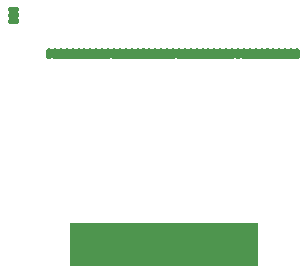
<source format=gts>
G04 #@! TF.GenerationSoftware,KiCad,Pcbnew,(5.1.0)-1*
G04 #@! TF.CreationDate,2020-06-02T11:48:08-04:00*
G04 #@! TF.ProjectId,NewBaseVP,4e657742-6173-4655-9650-2e6b69636164,rev?*
G04 #@! TF.SameCoordinates,Original*
G04 #@! TF.FileFunction,Soldermask,Top*
G04 #@! TF.FilePolarity,Negative*
%FSLAX46Y46*%
G04 Gerber Fmt 4.6, Leading zero omitted, Abs format (unit mm)*
G04 Created by KiCad (PCBNEW (5.1.0)-1) date 2020-06-02 11:48:08*
%MOMM*%
%LPD*%
G04 APERTURE LIST*
%ADD10C,0.100000*%
G04 APERTURE END LIST*
D10*
G36*
X136701000Y-141201000D02*
G01*
X120799000Y-141201000D01*
X120799000Y-137599000D01*
X136701000Y-137599000D01*
X136701000Y-141201000D01*
X136701000Y-141201000D01*
G37*
G36*
X119044084Y-122778341D02*
G01*
X119044086Y-122778341D01*
X119044098Y-122778344D01*
X119065922Y-122782685D01*
X119086485Y-122791202D01*
X119086489Y-122791204D01*
X119107051Y-122799721D01*
X119144067Y-122824454D01*
X119161623Y-122842010D01*
X119163661Y-122843683D01*
X119169030Y-122848541D01*
X119169041Y-122848550D01*
X119169262Y-122848279D01*
X119180554Y-122857546D01*
X119202165Y-122869097D01*
X119225614Y-122876210D01*
X119250000Y-122878612D01*
X119274386Y-122876210D01*
X119297835Y-122869097D01*
X119319446Y-122857546D01*
X119330738Y-122848279D01*
X119330959Y-122848550D01*
X119330970Y-122848541D01*
X119336339Y-122843683D01*
X119338377Y-122842010D01*
X119355933Y-122824454D01*
X119392949Y-122799721D01*
X119413511Y-122791204D01*
X119413515Y-122791202D01*
X119434078Y-122782685D01*
X119455902Y-122778344D01*
X119455914Y-122778341D01*
X119455916Y-122778341D01*
X119477740Y-122774000D01*
X119522260Y-122774000D01*
X119544084Y-122778341D01*
X119544086Y-122778341D01*
X119544098Y-122778344D01*
X119565922Y-122782685D01*
X119586485Y-122791202D01*
X119586489Y-122791204D01*
X119607051Y-122799721D01*
X119644067Y-122824454D01*
X119661623Y-122842010D01*
X119663661Y-122843683D01*
X119669030Y-122848541D01*
X119669041Y-122848550D01*
X119669262Y-122848279D01*
X119680554Y-122857546D01*
X119702165Y-122869097D01*
X119725614Y-122876210D01*
X119750000Y-122878612D01*
X119774386Y-122876210D01*
X119797835Y-122869097D01*
X119819446Y-122857546D01*
X119830738Y-122848279D01*
X119830959Y-122848550D01*
X119830970Y-122848541D01*
X119836339Y-122843683D01*
X119838377Y-122842010D01*
X119855933Y-122824454D01*
X119892949Y-122799721D01*
X119913511Y-122791204D01*
X119913515Y-122791202D01*
X119934078Y-122782685D01*
X119955902Y-122778344D01*
X119955914Y-122778341D01*
X119955916Y-122778341D01*
X119977740Y-122774000D01*
X120022260Y-122774000D01*
X120044084Y-122778341D01*
X120044086Y-122778341D01*
X120044098Y-122778344D01*
X120065922Y-122782685D01*
X120086485Y-122791202D01*
X120086489Y-122791204D01*
X120107051Y-122799721D01*
X120144067Y-122824454D01*
X120161623Y-122842010D01*
X120163661Y-122843683D01*
X120169030Y-122848541D01*
X120169041Y-122848550D01*
X120169262Y-122848279D01*
X120180554Y-122857546D01*
X120202165Y-122869097D01*
X120225614Y-122876210D01*
X120250000Y-122878612D01*
X120274386Y-122876210D01*
X120297835Y-122869097D01*
X120319446Y-122857546D01*
X120330738Y-122848279D01*
X120330959Y-122848550D01*
X120330970Y-122848541D01*
X120336339Y-122843683D01*
X120338377Y-122842010D01*
X120355933Y-122824454D01*
X120392949Y-122799721D01*
X120413511Y-122791204D01*
X120413515Y-122791202D01*
X120434078Y-122782685D01*
X120455902Y-122778344D01*
X120455914Y-122778341D01*
X120455916Y-122778341D01*
X120477740Y-122774000D01*
X120522260Y-122774000D01*
X120544084Y-122778341D01*
X120544086Y-122778341D01*
X120544098Y-122778344D01*
X120565922Y-122782685D01*
X120586485Y-122791202D01*
X120586489Y-122791204D01*
X120607051Y-122799721D01*
X120644067Y-122824454D01*
X120661623Y-122842010D01*
X120663661Y-122843683D01*
X120669030Y-122848541D01*
X120669041Y-122848550D01*
X120669262Y-122848279D01*
X120680554Y-122857546D01*
X120702165Y-122869097D01*
X120725614Y-122876210D01*
X120750000Y-122878612D01*
X120774386Y-122876210D01*
X120797835Y-122869097D01*
X120819446Y-122857546D01*
X120830738Y-122848279D01*
X120830959Y-122848550D01*
X120830970Y-122848541D01*
X120836339Y-122843683D01*
X120838377Y-122842010D01*
X120855933Y-122824454D01*
X120892949Y-122799721D01*
X120913511Y-122791204D01*
X120913515Y-122791202D01*
X120934078Y-122782685D01*
X120955902Y-122778344D01*
X120955914Y-122778341D01*
X120955916Y-122778341D01*
X120977740Y-122774000D01*
X121022260Y-122774000D01*
X121044084Y-122778341D01*
X121044086Y-122778341D01*
X121044098Y-122778344D01*
X121065922Y-122782685D01*
X121086485Y-122791202D01*
X121086489Y-122791204D01*
X121107051Y-122799721D01*
X121144067Y-122824454D01*
X121161623Y-122842010D01*
X121163661Y-122843683D01*
X121169030Y-122848541D01*
X121169041Y-122848550D01*
X121169262Y-122848279D01*
X121180554Y-122857546D01*
X121202165Y-122869097D01*
X121225614Y-122876210D01*
X121250000Y-122878612D01*
X121274386Y-122876210D01*
X121297835Y-122869097D01*
X121319446Y-122857546D01*
X121330738Y-122848279D01*
X121330959Y-122848550D01*
X121330970Y-122848541D01*
X121336339Y-122843683D01*
X121338377Y-122842010D01*
X121355933Y-122824454D01*
X121392949Y-122799721D01*
X121413511Y-122791204D01*
X121413515Y-122791202D01*
X121434078Y-122782685D01*
X121455902Y-122778344D01*
X121455914Y-122778341D01*
X121455916Y-122778341D01*
X121477740Y-122774000D01*
X121522260Y-122774000D01*
X121544084Y-122778341D01*
X121544086Y-122778341D01*
X121544098Y-122778344D01*
X121565922Y-122782685D01*
X121586485Y-122791202D01*
X121586489Y-122791204D01*
X121607051Y-122799721D01*
X121644067Y-122824454D01*
X121661623Y-122842010D01*
X121663661Y-122843683D01*
X121669030Y-122848541D01*
X121669041Y-122848550D01*
X121669262Y-122848279D01*
X121680554Y-122857546D01*
X121702165Y-122869097D01*
X121725614Y-122876210D01*
X121750000Y-122878612D01*
X121774386Y-122876210D01*
X121797835Y-122869097D01*
X121819446Y-122857546D01*
X121830738Y-122848279D01*
X121830959Y-122848550D01*
X121830970Y-122848541D01*
X121836339Y-122843683D01*
X121838377Y-122842010D01*
X121855933Y-122824454D01*
X121892949Y-122799721D01*
X121913511Y-122791204D01*
X121913515Y-122791202D01*
X121934078Y-122782685D01*
X121955902Y-122778344D01*
X121955914Y-122778341D01*
X121955916Y-122778341D01*
X121977740Y-122774000D01*
X122022260Y-122774000D01*
X122044084Y-122778341D01*
X122044086Y-122778341D01*
X122044098Y-122778344D01*
X122065922Y-122782685D01*
X122086485Y-122791202D01*
X122086489Y-122791204D01*
X122107051Y-122799721D01*
X122144067Y-122824454D01*
X122161623Y-122842010D01*
X122163661Y-122843683D01*
X122169030Y-122848541D01*
X122169041Y-122848550D01*
X122169262Y-122848279D01*
X122180554Y-122857546D01*
X122202165Y-122869097D01*
X122225614Y-122876210D01*
X122250000Y-122878612D01*
X122274386Y-122876210D01*
X122297835Y-122869097D01*
X122319446Y-122857546D01*
X122330738Y-122848279D01*
X122330959Y-122848550D01*
X122330970Y-122848541D01*
X122336339Y-122843683D01*
X122338377Y-122842010D01*
X122355933Y-122824454D01*
X122392949Y-122799721D01*
X122413511Y-122791204D01*
X122413515Y-122791202D01*
X122434078Y-122782685D01*
X122455902Y-122778344D01*
X122455914Y-122778341D01*
X122455916Y-122778341D01*
X122477740Y-122774000D01*
X122522260Y-122774000D01*
X122544084Y-122778341D01*
X122544086Y-122778341D01*
X122544098Y-122778344D01*
X122565922Y-122782685D01*
X122586485Y-122791202D01*
X122586489Y-122791204D01*
X122607051Y-122799721D01*
X122644067Y-122824454D01*
X122661623Y-122842010D01*
X122663661Y-122843683D01*
X122669030Y-122848541D01*
X122669041Y-122848550D01*
X122669262Y-122848279D01*
X122680554Y-122857546D01*
X122702165Y-122869097D01*
X122725614Y-122876210D01*
X122750000Y-122878612D01*
X122774386Y-122876210D01*
X122797835Y-122869097D01*
X122819446Y-122857546D01*
X122830738Y-122848279D01*
X122830959Y-122848550D01*
X122830970Y-122848541D01*
X122836339Y-122843683D01*
X122838377Y-122842010D01*
X122855933Y-122824454D01*
X122892949Y-122799721D01*
X122913511Y-122791204D01*
X122913515Y-122791202D01*
X122934078Y-122782685D01*
X122955902Y-122778344D01*
X122955914Y-122778341D01*
X122955916Y-122778341D01*
X122977740Y-122774000D01*
X123022260Y-122774000D01*
X123044084Y-122778341D01*
X123044086Y-122778341D01*
X123044098Y-122778344D01*
X123065922Y-122782685D01*
X123086485Y-122791202D01*
X123086489Y-122791204D01*
X123107051Y-122799721D01*
X123144067Y-122824454D01*
X123161623Y-122842010D01*
X123163661Y-122843683D01*
X123169030Y-122848541D01*
X123169041Y-122848550D01*
X123169262Y-122848279D01*
X123180554Y-122857546D01*
X123202165Y-122869097D01*
X123225614Y-122876210D01*
X123250000Y-122878612D01*
X123274386Y-122876210D01*
X123297835Y-122869097D01*
X123319446Y-122857546D01*
X123330738Y-122848279D01*
X123330959Y-122848550D01*
X123330970Y-122848541D01*
X123336339Y-122843683D01*
X123338377Y-122842010D01*
X123355933Y-122824454D01*
X123392949Y-122799721D01*
X123413511Y-122791204D01*
X123413515Y-122791202D01*
X123434078Y-122782685D01*
X123455902Y-122778344D01*
X123455914Y-122778341D01*
X123455916Y-122778341D01*
X123477740Y-122774000D01*
X123522260Y-122774000D01*
X123544084Y-122778341D01*
X123544086Y-122778341D01*
X123544098Y-122778344D01*
X123565922Y-122782685D01*
X123586485Y-122791202D01*
X123586489Y-122791204D01*
X123607051Y-122799721D01*
X123644067Y-122824454D01*
X123661623Y-122842010D01*
X123663661Y-122843683D01*
X123669030Y-122848541D01*
X123669041Y-122848550D01*
X123669262Y-122848279D01*
X123680554Y-122857546D01*
X123702165Y-122869097D01*
X123725614Y-122876210D01*
X123750000Y-122878612D01*
X123774386Y-122876210D01*
X123797835Y-122869097D01*
X123819446Y-122857546D01*
X123830738Y-122848279D01*
X123830959Y-122848550D01*
X123830970Y-122848541D01*
X123836339Y-122843683D01*
X123838377Y-122842010D01*
X123855933Y-122824454D01*
X123892949Y-122799721D01*
X123913511Y-122791204D01*
X123913515Y-122791202D01*
X123934078Y-122782685D01*
X123955902Y-122778344D01*
X123955914Y-122778341D01*
X123955916Y-122778341D01*
X123977740Y-122774000D01*
X124022260Y-122774000D01*
X124044084Y-122778341D01*
X124044086Y-122778341D01*
X124044098Y-122778344D01*
X124065922Y-122782685D01*
X124086485Y-122791202D01*
X124086489Y-122791204D01*
X124107051Y-122799721D01*
X124144067Y-122824454D01*
X124161623Y-122842010D01*
X124163661Y-122843683D01*
X124169030Y-122848541D01*
X124169041Y-122848550D01*
X124169262Y-122848279D01*
X124180554Y-122857546D01*
X124202165Y-122869097D01*
X124225614Y-122876210D01*
X124250000Y-122878612D01*
X124274386Y-122876210D01*
X124297835Y-122869097D01*
X124319446Y-122857546D01*
X124330738Y-122848279D01*
X124330959Y-122848550D01*
X124330970Y-122848541D01*
X124336339Y-122843683D01*
X124338377Y-122842010D01*
X124355933Y-122824454D01*
X124392949Y-122799721D01*
X124413511Y-122791204D01*
X124413515Y-122791202D01*
X124434078Y-122782685D01*
X124455902Y-122778344D01*
X124455914Y-122778341D01*
X124455916Y-122778341D01*
X124477740Y-122774000D01*
X124522260Y-122774000D01*
X124544084Y-122778341D01*
X124544086Y-122778341D01*
X124544098Y-122778344D01*
X124565922Y-122782685D01*
X124586485Y-122791202D01*
X124586489Y-122791204D01*
X124607051Y-122799721D01*
X124644067Y-122824454D01*
X124661623Y-122842010D01*
X124663661Y-122843683D01*
X124669030Y-122848541D01*
X124669041Y-122848550D01*
X124669262Y-122848279D01*
X124680554Y-122857546D01*
X124702165Y-122869097D01*
X124725614Y-122876210D01*
X124750000Y-122878612D01*
X124774386Y-122876210D01*
X124797835Y-122869097D01*
X124819446Y-122857546D01*
X124830738Y-122848279D01*
X124830959Y-122848550D01*
X124830970Y-122848541D01*
X124836339Y-122843683D01*
X124838377Y-122842010D01*
X124855933Y-122824454D01*
X124892949Y-122799721D01*
X124913511Y-122791204D01*
X124913515Y-122791202D01*
X124934078Y-122782685D01*
X124955902Y-122778344D01*
X124955914Y-122778341D01*
X124955916Y-122778341D01*
X124977740Y-122774000D01*
X125022260Y-122774000D01*
X125044084Y-122778341D01*
X125044086Y-122778341D01*
X125044098Y-122778344D01*
X125065922Y-122782685D01*
X125086485Y-122791202D01*
X125086489Y-122791204D01*
X125107051Y-122799721D01*
X125144067Y-122824454D01*
X125161623Y-122842010D01*
X125163661Y-122843683D01*
X125169030Y-122848541D01*
X125169041Y-122848550D01*
X125169262Y-122848279D01*
X125180554Y-122857546D01*
X125202165Y-122869097D01*
X125225614Y-122876210D01*
X125250000Y-122878612D01*
X125274386Y-122876210D01*
X125297835Y-122869097D01*
X125319446Y-122857546D01*
X125330738Y-122848279D01*
X125330959Y-122848550D01*
X125330970Y-122848541D01*
X125336339Y-122843683D01*
X125338377Y-122842010D01*
X125355933Y-122824454D01*
X125392949Y-122799721D01*
X125413511Y-122791204D01*
X125413515Y-122791202D01*
X125434078Y-122782685D01*
X125455902Y-122778344D01*
X125455914Y-122778341D01*
X125455916Y-122778341D01*
X125477740Y-122774000D01*
X125522260Y-122774000D01*
X125544084Y-122778341D01*
X125544086Y-122778341D01*
X125544098Y-122778344D01*
X125565922Y-122782685D01*
X125586485Y-122791202D01*
X125586489Y-122791204D01*
X125607051Y-122799721D01*
X125644067Y-122824454D01*
X125661623Y-122842010D01*
X125663661Y-122843683D01*
X125669030Y-122848541D01*
X125669041Y-122848550D01*
X125669262Y-122848279D01*
X125680554Y-122857546D01*
X125702165Y-122869097D01*
X125725614Y-122876210D01*
X125750000Y-122878612D01*
X125774386Y-122876210D01*
X125797835Y-122869097D01*
X125819446Y-122857546D01*
X125830738Y-122848279D01*
X125830959Y-122848550D01*
X125830970Y-122848541D01*
X125836339Y-122843683D01*
X125838377Y-122842010D01*
X125855933Y-122824454D01*
X125892949Y-122799721D01*
X125913511Y-122791204D01*
X125913515Y-122791202D01*
X125934078Y-122782685D01*
X125955902Y-122778344D01*
X125955914Y-122778341D01*
X125955916Y-122778341D01*
X125977740Y-122774000D01*
X126022260Y-122774000D01*
X126044084Y-122778341D01*
X126044086Y-122778341D01*
X126044098Y-122778344D01*
X126065922Y-122782685D01*
X126086485Y-122791202D01*
X126086489Y-122791204D01*
X126107051Y-122799721D01*
X126144067Y-122824454D01*
X126161623Y-122842010D01*
X126163661Y-122843683D01*
X126169030Y-122848541D01*
X126169041Y-122848550D01*
X126169262Y-122848279D01*
X126180554Y-122857546D01*
X126202165Y-122869097D01*
X126225614Y-122876210D01*
X126250000Y-122878612D01*
X126274386Y-122876210D01*
X126297835Y-122869097D01*
X126319446Y-122857546D01*
X126330738Y-122848279D01*
X126330959Y-122848550D01*
X126330970Y-122848541D01*
X126336339Y-122843683D01*
X126338377Y-122842010D01*
X126355933Y-122824454D01*
X126392949Y-122799721D01*
X126413511Y-122791204D01*
X126413515Y-122791202D01*
X126434078Y-122782685D01*
X126455902Y-122778344D01*
X126455914Y-122778341D01*
X126455916Y-122778341D01*
X126477740Y-122774000D01*
X126522260Y-122774000D01*
X126544084Y-122778341D01*
X126544086Y-122778341D01*
X126544098Y-122778344D01*
X126565922Y-122782685D01*
X126586485Y-122791202D01*
X126586489Y-122791204D01*
X126607051Y-122799721D01*
X126644067Y-122824454D01*
X126661623Y-122842010D01*
X126663661Y-122843683D01*
X126669030Y-122848541D01*
X126669041Y-122848550D01*
X126669262Y-122848279D01*
X126680554Y-122857546D01*
X126702165Y-122869097D01*
X126725614Y-122876210D01*
X126750000Y-122878612D01*
X126774386Y-122876210D01*
X126797835Y-122869097D01*
X126819446Y-122857546D01*
X126830738Y-122848279D01*
X126830959Y-122848550D01*
X126830970Y-122848541D01*
X126836339Y-122843683D01*
X126838377Y-122842010D01*
X126855933Y-122824454D01*
X126892949Y-122799721D01*
X126913511Y-122791204D01*
X126913515Y-122791202D01*
X126934078Y-122782685D01*
X126955902Y-122778344D01*
X126955914Y-122778341D01*
X126955916Y-122778341D01*
X126977740Y-122774000D01*
X127022260Y-122774000D01*
X127044084Y-122778341D01*
X127044086Y-122778341D01*
X127044098Y-122778344D01*
X127065922Y-122782685D01*
X127086485Y-122791202D01*
X127086489Y-122791204D01*
X127107051Y-122799721D01*
X127144067Y-122824454D01*
X127161623Y-122842010D01*
X127163661Y-122843683D01*
X127169030Y-122848541D01*
X127169041Y-122848550D01*
X127169262Y-122848279D01*
X127180554Y-122857546D01*
X127202165Y-122869097D01*
X127225614Y-122876210D01*
X127250000Y-122878612D01*
X127274386Y-122876210D01*
X127297835Y-122869097D01*
X127319446Y-122857546D01*
X127330738Y-122848279D01*
X127330959Y-122848550D01*
X127330970Y-122848541D01*
X127336339Y-122843683D01*
X127338377Y-122842010D01*
X127355933Y-122824454D01*
X127392949Y-122799721D01*
X127413511Y-122791204D01*
X127413515Y-122791202D01*
X127434078Y-122782685D01*
X127455902Y-122778344D01*
X127455914Y-122778341D01*
X127455916Y-122778341D01*
X127477740Y-122774000D01*
X127522260Y-122774000D01*
X127544084Y-122778341D01*
X127544086Y-122778341D01*
X127544098Y-122778344D01*
X127565922Y-122782685D01*
X127586485Y-122791202D01*
X127586489Y-122791204D01*
X127607051Y-122799721D01*
X127644067Y-122824454D01*
X127661623Y-122842010D01*
X127663661Y-122843683D01*
X127669030Y-122848541D01*
X127669041Y-122848550D01*
X127669262Y-122848279D01*
X127680554Y-122857546D01*
X127702165Y-122869097D01*
X127725614Y-122876210D01*
X127750000Y-122878612D01*
X127774386Y-122876210D01*
X127797835Y-122869097D01*
X127819446Y-122857546D01*
X127830738Y-122848279D01*
X127830959Y-122848550D01*
X127830970Y-122848541D01*
X127836339Y-122843683D01*
X127838377Y-122842010D01*
X127855933Y-122824454D01*
X127892949Y-122799721D01*
X127913511Y-122791204D01*
X127913515Y-122791202D01*
X127934078Y-122782685D01*
X127955902Y-122778344D01*
X127955914Y-122778341D01*
X127955916Y-122778341D01*
X127977740Y-122774000D01*
X128022260Y-122774000D01*
X128044084Y-122778341D01*
X128044086Y-122778341D01*
X128044098Y-122778344D01*
X128065922Y-122782685D01*
X128086485Y-122791202D01*
X128086489Y-122791204D01*
X128107051Y-122799721D01*
X128144067Y-122824454D01*
X128161623Y-122842010D01*
X128163661Y-122843683D01*
X128169030Y-122848541D01*
X128169041Y-122848550D01*
X128169262Y-122848279D01*
X128180554Y-122857546D01*
X128202165Y-122869097D01*
X128225614Y-122876210D01*
X128250000Y-122878612D01*
X128274386Y-122876210D01*
X128297835Y-122869097D01*
X128319446Y-122857546D01*
X128330738Y-122848279D01*
X128330959Y-122848550D01*
X128330970Y-122848541D01*
X128336339Y-122843683D01*
X128338377Y-122842010D01*
X128355933Y-122824454D01*
X128392949Y-122799721D01*
X128413511Y-122791204D01*
X128413515Y-122791202D01*
X128434078Y-122782685D01*
X128455902Y-122778344D01*
X128455914Y-122778341D01*
X128455916Y-122778341D01*
X128477740Y-122774000D01*
X128522260Y-122774000D01*
X128544084Y-122778341D01*
X128544086Y-122778341D01*
X128544098Y-122778344D01*
X128565922Y-122782685D01*
X128586485Y-122791202D01*
X128586489Y-122791204D01*
X128607051Y-122799721D01*
X128644067Y-122824454D01*
X128661623Y-122842010D01*
X128663661Y-122843683D01*
X128669030Y-122848541D01*
X128669041Y-122848550D01*
X128669262Y-122848279D01*
X128680554Y-122857546D01*
X128702165Y-122869097D01*
X128725614Y-122876210D01*
X128750000Y-122878612D01*
X128774386Y-122876210D01*
X128797835Y-122869097D01*
X128819446Y-122857546D01*
X128830738Y-122848279D01*
X128830959Y-122848550D01*
X128830970Y-122848541D01*
X128836339Y-122843683D01*
X128838377Y-122842010D01*
X128855933Y-122824454D01*
X128892949Y-122799721D01*
X128913511Y-122791204D01*
X128913515Y-122791202D01*
X128934078Y-122782685D01*
X128955902Y-122778344D01*
X128955914Y-122778341D01*
X128955916Y-122778341D01*
X128977740Y-122774000D01*
X129022260Y-122774000D01*
X129044084Y-122778341D01*
X129044086Y-122778341D01*
X129044098Y-122778344D01*
X129065922Y-122782685D01*
X129086485Y-122791202D01*
X129086489Y-122791204D01*
X129107051Y-122799721D01*
X129144067Y-122824454D01*
X129161623Y-122842010D01*
X129163661Y-122843683D01*
X129169030Y-122848541D01*
X129169041Y-122848550D01*
X129169262Y-122848279D01*
X129180554Y-122857546D01*
X129202165Y-122869097D01*
X129225614Y-122876210D01*
X129250000Y-122878612D01*
X129274386Y-122876210D01*
X129297835Y-122869097D01*
X129319446Y-122857546D01*
X129330738Y-122848279D01*
X129330959Y-122848550D01*
X129330970Y-122848541D01*
X129336339Y-122843683D01*
X129338377Y-122842010D01*
X129355933Y-122824454D01*
X129392949Y-122799721D01*
X129413511Y-122791204D01*
X129413515Y-122791202D01*
X129434078Y-122782685D01*
X129455902Y-122778344D01*
X129455914Y-122778341D01*
X129455916Y-122778341D01*
X129477740Y-122774000D01*
X129522260Y-122774000D01*
X129544084Y-122778341D01*
X129544086Y-122778341D01*
X129544098Y-122778344D01*
X129565922Y-122782685D01*
X129586485Y-122791202D01*
X129586489Y-122791204D01*
X129607051Y-122799721D01*
X129644067Y-122824454D01*
X129661623Y-122842010D01*
X129663661Y-122843683D01*
X129669030Y-122848541D01*
X129669041Y-122848550D01*
X129669262Y-122848279D01*
X129680554Y-122857546D01*
X129702165Y-122869097D01*
X129725614Y-122876210D01*
X129750000Y-122878612D01*
X129774386Y-122876210D01*
X129797835Y-122869097D01*
X129819446Y-122857546D01*
X129830738Y-122848279D01*
X129830959Y-122848550D01*
X129830970Y-122848541D01*
X129836339Y-122843683D01*
X129838377Y-122842010D01*
X129855933Y-122824454D01*
X129892949Y-122799721D01*
X129913511Y-122791204D01*
X129913515Y-122791202D01*
X129934078Y-122782685D01*
X129955902Y-122778344D01*
X129955914Y-122778341D01*
X129955916Y-122778341D01*
X129977740Y-122774000D01*
X130022260Y-122774000D01*
X130044084Y-122778341D01*
X130044086Y-122778341D01*
X130044098Y-122778344D01*
X130065922Y-122782685D01*
X130086485Y-122791202D01*
X130086489Y-122791204D01*
X130107051Y-122799721D01*
X130144067Y-122824454D01*
X130161623Y-122842010D01*
X130163661Y-122843683D01*
X130169030Y-122848541D01*
X130169041Y-122848550D01*
X130169262Y-122848279D01*
X130180554Y-122857546D01*
X130202165Y-122869097D01*
X130225614Y-122876210D01*
X130250000Y-122878612D01*
X130274386Y-122876210D01*
X130297835Y-122869097D01*
X130319446Y-122857546D01*
X130330738Y-122848279D01*
X130330959Y-122848550D01*
X130330970Y-122848541D01*
X130336339Y-122843683D01*
X130338377Y-122842010D01*
X130355933Y-122824454D01*
X130392949Y-122799721D01*
X130413511Y-122791204D01*
X130413515Y-122791202D01*
X130434078Y-122782685D01*
X130455902Y-122778344D01*
X130455914Y-122778341D01*
X130455916Y-122778341D01*
X130477740Y-122774000D01*
X130522260Y-122774000D01*
X130544084Y-122778341D01*
X130544086Y-122778341D01*
X130544098Y-122778344D01*
X130565922Y-122782685D01*
X130586485Y-122791202D01*
X130586489Y-122791204D01*
X130607051Y-122799721D01*
X130644067Y-122824454D01*
X130661623Y-122842010D01*
X130663661Y-122843683D01*
X130669030Y-122848541D01*
X130669041Y-122848550D01*
X130669262Y-122848279D01*
X130680554Y-122857546D01*
X130702165Y-122869097D01*
X130725614Y-122876210D01*
X130750000Y-122878612D01*
X130774386Y-122876210D01*
X130797835Y-122869097D01*
X130819446Y-122857546D01*
X130830738Y-122848279D01*
X130830959Y-122848550D01*
X130830970Y-122848541D01*
X130836339Y-122843683D01*
X130838377Y-122842010D01*
X130855933Y-122824454D01*
X130892949Y-122799721D01*
X130913511Y-122791204D01*
X130913515Y-122791202D01*
X130934078Y-122782685D01*
X130955902Y-122778344D01*
X130955914Y-122778341D01*
X130955916Y-122778341D01*
X130977740Y-122774000D01*
X131022260Y-122774000D01*
X131044084Y-122778341D01*
X131044086Y-122778341D01*
X131044098Y-122778344D01*
X131065922Y-122782685D01*
X131086485Y-122791202D01*
X131086489Y-122791204D01*
X131107051Y-122799721D01*
X131144067Y-122824454D01*
X131161623Y-122842010D01*
X131163661Y-122843683D01*
X131169030Y-122848541D01*
X131169041Y-122848550D01*
X131169262Y-122848279D01*
X131180554Y-122857546D01*
X131202165Y-122869097D01*
X131225614Y-122876210D01*
X131250000Y-122878612D01*
X131274386Y-122876210D01*
X131297835Y-122869097D01*
X131319446Y-122857546D01*
X131330738Y-122848279D01*
X131330959Y-122848550D01*
X131330970Y-122848541D01*
X131336339Y-122843683D01*
X131338377Y-122842010D01*
X131355933Y-122824454D01*
X131392949Y-122799721D01*
X131413511Y-122791204D01*
X131413515Y-122791202D01*
X131434078Y-122782685D01*
X131455902Y-122778344D01*
X131455914Y-122778341D01*
X131455916Y-122778341D01*
X131477740Y-122774000D01*
X131522260Y-122774000D01*
X131544084Y-122778341D01*
X131544086Y-122778341D01*
X131544098Y-122778344D01*
X131565922Y-122782685D01*
X131586485Y-122791202D01*
X131586489Y-122791204D01*
X131607051Y-122799721D01*
X131644067Y-122824454D01*
X131661623Y-122842010D01*
X131663661Y-122843683D01*
X131669030Y-122848541D01*
X131669041Y-122848550D01*
X131669262Y-122848279D01*
X131680554Y-122857546D01*
X131702165Y-122869097D01*
X131725614Y-122876210D01*
X131750000Y-122878612D01*
X131774386Y-122876210D01*
X131797835Y-122869097D01*
X131819446Y-122857546D01*
X131830738Y-122848279D01*
X131830959Y-122848550D01*
X131830970Y-122848541D01*
X131836339Y-122843683D01*
X131838377Y-122842010D01*
X131855933Y-122824454D01*
X131892949Y-122799721D01*
X131913511Y-122791204D01*
X131913515Y-122791202D01*
X131934078Y-122782685D01*
X131955902Y-122778344D01*
X131955914Y-122778341D01*
X131955916Y-122778341D01*
X131977740Y-122774000D01*
X132022260Y-122774000D01*
X132044084Y-122778341D01*
X132044086Y-122778341D01*
X132044098Y-122778344D01*
X132065922Y-122782685D01*
X132086485Y-122791202D01*
X132086489Y-122791204D01*
X132107051Y-122799721D01*
X132144067Y-122824454D01*
X132161623Y-122842010D01*
X132163661Y-122843683D01*
X132169030Y-122848541D01*
X132169041Y-122848550D01*
X132169262Y-122848279D01*
X132180554Y-122857546D01*
X132202165Y-122869097D01*
X132225614Y-122876210D01*
X132250000Y-122878612D01*
X132274386Y-122876210D01*
X132297835Y-122869097D01*
X132319446Y-122857546D01*
X132330738Y-122848279D01*
X132330959Y-122848550D01*
X132330970Y-122848541D01*
X132336339Y-122843683D01*
X132338377Y-122842010D01*
X132355933Y-122824454D01*
X132392949Y-122799721D01*
X132413511Y-122791204D01*
X132413515Y-122791202D01*
X132434078Y-122782685D01*
X132455902Y-122778344D01*
X132455914Y-122778341D01*
X132455916Y-122778341D01*
X132477740Y-122774000D01*
X132522260Y-122774000D01*
X132544084Y-122778341D01*
X132544086Y-122778341D01*
X132544098Y-122778344D01*
X132565922Y-122782685D01*
X132586485Y-122791202D01*
X132586489Y-122791204D01*
X132607051Y-122799721D01*
X132644067Y-122824454D01*
X132661623Y-122842010D01*
X132663661Y-122843683D01*
X132669030Y-122848541D01*
X132669041Y-122848550D01*
X132669262Y-122848279D01*
X132680554Y-122857546D01*
X132702165Y-122869097D01*
X132725614Y-122876210D01*
X132750000Y-122878612D01*
X132774386Y-122876210D01*
X132797835Y-122869097D01*
X132819446Y-122857546D01*
X132830738Y-122848279D01*
X132830959Y-122848550D01*
X132830970Y-122848541D01*
X132836339Y-122843683D01*
X132838377Y-122842010D01*
X132855933Y-122824454D01*
X132892949Y-122799721D01*
X132913511Y-122791204D01*
X132913515Y-122791202D01*
X132934078Y-122782685D01*
X132955902Y-122778344D01*
X132955914Y-122778341D01*
X132955916Y-122778341D01*
X132977740Y-122774000D01*
X133022260Y-122774000D01*
X133044084Y-122778341D01*
X133044086Y-122778341D01*
X133044098Y-122778344D01*
X133065922Y-122782685D01*
X133086485Y-122791202D01*
X133086489Y-122791204D01*
X133107051Y-122799721D01*
X133144067Y-122824454D01*
X133161623Y-122842010D01*
X133163661Y-122843683D01*
X133169030Y-122848541D01*
X133169041Y-122848550D01*
X133169262Y-122848279D01*
X133180554Y-122857546D01*
X133202165Y-122869097D01*
X133225614Y-122876210D01*
X133250000Y-122878612D01*
X133274386Y-122876210D01*
X133297835Y-122869097D01*
X133319446Y-122857546D01*
X133330738Y-122848279D01*
X133330959Y-122848550D01*
X133330970Y-122848541D01*
X133336339Y-122843683D01*
X133338377Y-122842010D01*
X133355933Y-122824454D01*
X133392949Y-122799721D01*
X133413511Y-122791204D01*
X133413515Y-122791202D01*
X133434078Y-122782685D01*
X133455902Y-122778344D01*
X133455914Y-122778341D01*
X133455916Y-122778341D01*
X133477740Y-122774000D01*
X133522260Y-122774000D01*
X133544084Y-122778341D01*
X133544086Y-122778341D01*
X133544098Y-122778344D01*
X133565922Y-122782685D01*
X133586485Y-122791202D01*
X133586489Y-122791204D01*
X133607051Y-122799721D01*
X133644067Y-122824454D01*
X133661623Y-122842010D01*
X133663661Y-122843683D01*
X133669030Y-122848541D01*
X133669041Y-122848550D01*
X133669262Y-122848279D01*
X133680554Y-122857546D01*
X133702165Y-122869097D01*
X133725614Y-122876210D01*
X133750000Y-122878612D01*
X133774386Y-122876210D01*
X133797835Y-122869097D01*
X133819446Y-122857546D01*
X133830738Y-122848279D01*
X133830959Y-122848550D01*
X133830970Y-122848541D01*
X133836339Y-122843683D01*
X133838377Y-122842010D01*
X133855933Y-122824454D01*
X133892949Y-122799721D01*
X133913511Y-122791204D01*
X133913515Y-122791202D01*
X133934078Y-122782685D01*
X133955902Y-122778344D01*
X133955914Y-122778341D01*
X133955916Y-122778341D01*
X133977740Y-122774000D01*
X134022260Y-122774000D01*
X134044084Y-122778341D01*
X134044086Y-122778341D01*
X134044098Y-122778344D01*
X134065922Y-122782685D01*
X134086485Y-122791202D01*
X134086489Y-122791204D01*
X134107051Y-122799721D01*
X134144067Y-122824454D01*
X134161623Y-122842010D01*
X134163661Y-122843683D01*
X134169030Y-122848541D01*
X134169041Y-122848550D01*
X134169262Y-122848279D01*
X134180554Y-122857546D01*
X134202165Y-122869097D01*
X134225614Y-122876210D01*
X134250000Y-122878612D01*
X134274386Y-122876210D01*
X134297835Y-122869097D01*
X134319446Y-122857546D01*
X134330738Y-122848279D01*
X134330959Y-122848550D01*
X134330970Y-122848541D01*
X134336339Y-122843683D01*
X134338377Y-122842010D01*
X134355933Y-122824454D01*
X134392949Y-122799721D01*
X134413511Y-122791204D01*
X134413515Y-122791202D01*
X134434078Y-122782685D01*
X134455902Y-122778344D01*
X134455914Y-122778341D01*
X134455916Y-122778341D01*
X134477740Y-122774000D01*
X134522260Y-122774000D01*
X134544084Y-122778341D01*
X134544086Y-122778341D01*
X134544098Y-122778344D01*
X134565922Y-122782685D01*
X134586485Y-122791202D01*
X134586489Y-122791204D01*
X134607051Y-122799721D01*
X134644067Y-122824454D01*
X134661623Y-122842010D01*
X134663661Y-122843683D01*
X134669030Y-122848541D01*
X134669041Y-122848550D01*
X134669262Y-122848279D01*
X134680554Y-122857546D01*
X134702165Y-122869097D01*
X134725614Y-122876210D01*
X134750000Y-122878612D01*
X134774386Y-122876210D01*
X134797835Y-122869097D01*
X134819446Y-122857546D01*
X134830738Y-122848279D01*
X134830959Y-122848550D01*
X134830970Y-122848541D01*
X134836339Y-122843683D01*
X134838377Y-122842010D01*
X134855933Y-122824454D01*
X134892949Y-122799721D01*
X134913511Y-122791204D01*
X134913515Y-122791202D01*
X134934078Y-122782685D01*
X134955902Y-122778344D01*
X134955914Y-122778341D01*
X134955916Y-122778341D01*
X134977740Y-122774000D01*
X135022260Y-122774000D01*
X135044084Y-122778341D01*
X135044086Y-122778341D01*
X135044098Y-122778344D01*
X135065922Y-122782685D01*
X135086485Y-122791202D01*
X135086489Y-122791204D01*
X135107051Y-122799721D01*
X135144067Y-122824454D01*
X135161623Y-122842010D01*
X135163661Y-122843683D01*
X135169030Y-122848541D01*
X135169041Y-122848550D01*
X135169262Y-122848279D01*
X135180554Y-122857546D01*
X135202165Y-122869097D01*
X135225614Y-122876210D01*
X135250000Y-122878612D01*
X135274386Y-122876210D01*
X135297835Y-122869097D01*
X135319446Y-122857546D01*
X135330738Y-122848279D01*
X135330959Y-122848550D01*
X135330970Y-122848541D01*
X135336339Y-122843683D01*
X135338377Y-122842010D01*
X135355933Y-122824454D01*
X135392949Y-122799721D01*
X135413511Y-122791204D01*
X135413515Y-122791202D01*
X135434078Y-122782685D01*
X135455902Y-122778344D01*
X135455914Y-122778341D01*
X135455916Y-122778341D01*
X135477740Y-122774000D01*
X135522260Y-122774000D01*
X135544084Y-122778341D01*
X135544086Y-122778341D01*
X135544098Y-122778344D01*
X135565922Y-122782685D01*
X135586485Y-122791202D01*
X135586489Y-122791204D01*
X135607051Y-122799721D01*
X135644067Y-122824454D01*
X135661623Y-122842010D01*
X135663661Y-122843683D01*
X135669030Y-122848541D01*
X135669041Y-122848550D01*
X135669262Y-122848279D01*
X135680554Y-122857546D01*
X135702165Y-122869097D01*
X135725614Y-122876210D01*
X135750000Y-122878612D01*
X135774386Y-122876210D01*
X135797835Y-122869097D01*
X135819446Y-122857546D01*
X135830738Y-122848279D01*
X135830959Y-122848550D01*
X135830970Y-122848541D01*
X135836339Y-122843683D01*
X135838377Y-122842010D01*
X135855933Y-122824454D01*
X135892949Y-122799721D01*
X135913511Y-122791204D01*
X135913515Y-122791202D01*
X135934078Y-122782685D01*
X135955902Y-122778344D01*
X135955914Y-122778341D01*
X135955916Y-122778341D01*
X135977740Y-122774000D01*
X136022260Y-122774000D01*
X136044084Y-122778341D01*
X136044086Y-122778341D01*
X136044098Y-122778344D01*
X136065922Y-122782685D01*
X136086485Y-122791202D01*
X136086489Y-122791204D01*
X136107051Y-122799721D01*
X136144067Y-122824454D01*
X136161623Y-122842010D01*
X136163661Y-122843683D01*
X136169030Y-122848541D01*
X136169041Y-122848550D01*
X136169262Y-122848279D01*
X136180554Y-122857546D01*
X136202165Y-122869097D01*
X136225614Y-122876210D01*
X136250000Y-122878612D01*
X136274386Y-122876210D01*
X136297835Y-122869097D01*
X136319446Y-122857546D01*
X136330738Y-122848279D01*
X136330959Y-122848550D01*
X136330970Y-122848541D01*
X136336339Y-122843683D01*
X136338377Y-122842010D01*
X136355933Y-122824454D01*
X136392949Y-122799721D01*
X136413511Y-122791204D01*
X136413515Y-122791202D01*
X136434078Y-122782685D01*
X136455902Y-122778344D01*
X136455914Y-122778341D01*
X136455916Y-122778341D01*
X136477740Y-122774000D01*
X136522260Y-122774000D01*
X136544084Y-122778341D01*
X136544086Y-122778341D01*
X136544098Y-122778344D01*
X136565922Y-122782685D01*
X136586485Y-122791202D01*
X136586489Y-122791204D01*
X136607051Y-122799721D01*
X136644067Y-122824454D01*
X136661623Y-122842010D01*
X136663661Y-122843683D01*
X136669030Y-122848541D01*
X136669041Y-122848550D01*
X136669262Y-122848279D01*
X136680554Y-122857546D01*
X136702165Y-122869097D01*
X136725614Y-122876210D01*
X136750000Y-122878612D01*
X136774386Y-122876210D01*
X136797835Y-122869097D01*
X136819446Y-122857546D01*
X136830738Y-122848279D01*
X136830959Y-122848550D01*
X136830970Y-122848541D01*
X136836339Y-122843683D01*
X136838377Y-122842010D01*
X136855933Y-122824454D01*
X136892949Y-122799721D01*
X136913511Y-122791204D01*
X136913515Y-122791202D01*
X136934078Y-122782685D01*
X136955902Y-122778344D01*
X136955914Y-122778341D01*
X136955916Y-122778341D01*
X136977740Y-122774000D01*
X137022260Y-122774000D01*
X137044084Y-122778341D01*
X137044086Y-122778341D01*
X137044098Y-122778344D01*
X137065922Y-122782685D01*
X137086485Y-122791202D01*
X137086489Y-122791204D01*
X137107051Y-122799721D01*
X137144067Y-122824454D01*
X137161623Y-122842010D01*
X137163661Y-122843683D01*
X137169030Y-122848541D01*
X137169041Y-122848550D01*
X137169262Y-122848279D01*
X137180554Y-122857546D01*
X137202165Y-122869097D01*
X137225614Y-122876210D01*
X137250000Y-122878612D01*
X137274386Y-122876210D01*
X137297835Y-122869097D01*
X137319446Y-122857546D01*
X137330738Y-122848279D01*
X137330959Y-122848550D01*
X137330970Y-122848541D01*
X137336339Y-122843683D01*
X137338377Y-122842010D01*
X137355933Y-122824454D01*
X137392949Y-122799721D01*
X137413511Y-122791204D01*
X137413515Y-122791202D01*
X137434078Y-122782685D01*
X137455902Y-122778344D01*
X137455914Y-122778341D01*
X137455916Y-122778341D01*
X137477740Y-122774000D01*
X137522260Y-122774000D01*
X137544084Y-122778341D01*
X137544086Y-122778341D01*
X137544098Y-122778344D01*
X137565922Y-122782685D01*
X137586485Y-122791202D01*
X137586489Y-122791204D01*
X137607051Y-122799721D01*
X137644067Y-122824454D01*
X137661623Y-122842010D01*
X137663661Y-122843683D01*
X137669030Y-122848541D01*
X137669041Y-122848550D01*
X137669262Y-122848279D01*
X137680554Y-122857546D01*
X137702165Y-122869097D01*
X137725614Y-122876210D01*
X137750000Y-122878612D01*
X137774386Y-122876210D01*
X137797835Y-122869097D01*
X137819446Y-122857546D01*
X137830738Y-122848279D01*
X137830959Y-122848550D01*
X137830970Y-122848541D01*
X137836339Y-122843683D01*
X137838377Y-122842010D01*
X137855933Y-122824454D01*
X137892949Y-122799721D01*
X137913511Y-122791204D01*
X137913515Y-122791202D01*
X137934078Y-122782685D01*
X137955902Y-122778344D01*
X137955914Y-122778341D01*
X137955916Y-122778341D01*
X137977740Y-122774000D01*
X138022260Y-122774000D01*
X138044084Y-122778341D01*
X138044086Y-122778341D01*
X138044098Y-122778344D01*
X138065922Y-122782685D01*
X138086485Y-122791202D01*
X138086489Y-122791204D01*
X138107051Y-122799721D01*
X138144067Y-122824454D01*
X138161623Y-122842010D01*
X138163661Y-122843683D01*
X138169030Y-122848541D01*
X138169041Y-122848550D01*
X138169262Y-122848279D01*
X138180554Y-122857546D01*
X138202165Y-122869097D01*
X138225614Y-122876210D01*
X138250000Y-122878612D01*
X138274386Y-122876210D01*
X138297835Y-122869097D01*
X138319446Y-122857546D01*
X138330738Y-122848279D01*
X138330959Y-122848550D01*
X138330970Y-122848541D01*
X138336339Y-122843683D01*
X138338377Y-122842010D01*
X138355933Y-122824454D01*
X138392949Y-122799721D01*
X138413511Y-122791204D01*
X138413515Y-122791202D01*
X138434078Y-122782685D01*
X138455902Y-122778344D01*
X138455914Y-122778341D01*
X138455916Y-122778341D01*
X138477740Y-122774000D01*
X138522260Y-122774000D01*
X138544084Y-122778341D01*
X138544086Y-122778341D01*
X138544098Y-122778344D01*
X138565922Y-122782685D01*
X138586485Y-122791202D01*
X138586489Y-122791204D01*
X138607051Y-122799721D01*
X138644067Y-122824454D01*
X138661623Y-122842010D01*
X138663661Y-122843683D01*
X138669030Y-122848541D01*
X138669041Y-122848550D01*
X138669262Y-122848279D01*
X138680554Y-122857546D01*
X138702165Y-122869097D01*
X138725614Y-122876210D01*
X138750000Y-122878612D01*
X138774386Y-122876210D01*
X138797835Y-122869097D01*
X138819446Y-122857546D01*
X138830738Y-122848279D01*
X138830959Y-122848550D01*
X138830970Y-122848541D01*
X138836339Y-122843683D01*
X138838377Y-122842010D01*
X138855933Y-122824454D01*
X138892949Y-122799721D01*
X138913511Y-122791204D01*
X138913515Y-122791202D01*
X138934078Y-122782685D01*
X138955902Y-122778344D01*
X138955914Y-122778341D01*
X138955916Y-122778341D01*
X138977740Y-122774000D01*
X139022260Y-122774000D01*
X139044084Y-122778341D01*
X139044086Y-122778341D01*
X139044098Y-122778344D01*
X139065922Y-122782685D01*
X139086485Y-122791202D01*
X139086489Y-122791204D01*
X139107051Y-122799721D01*
X139144067Y-122824454D01*
X139161623Y-122842010D01*
X139163661Y-122843683D01*
X139169030Y-122848541D01*
X139169041Y-122848550D01*
X139169262Y-122848279D01*
X139180554Y-122857546D01*
X139202165Y-122869097D01*
X139225614Y-122876210D01*
X139250000Y-122878612D01*
X139274386Y-122876210D01*
X139297835Y-122869097D01*
X139319446Y-122857546D01*
X139330738Y-122848279D01*
X139330959Y-122848550D01*
X139330970Y-122848541D01*
X139336339Y-122843683D01*
X139338377Y-122842010D01*
X139355933Y-122824454D01*
X139392949Y-122799721D01*
X139413511Y-122791204D01*
X139413515Y-122791202D01*
X139434078Y-122782685D01*
X139455902Y-122778344D01*
X139455914Y-122778341D01*
X139455916Y-122778341D01*
X139477740Y-122774000D01*
X139522260Y-122774000D01*
X139544084Y-122778341D01*
X139544086Y-122778341D01*
X139544098Y-122778344D01*
X139565922Y-122782685D01*
X139586485Y-122791202D01*
X139586489Y-122791204D01*
X139607051Y-122799721D01*
X139644067Y-122824454D01*
X139661623Y-122842010D01*
X139663661Y-122843683D01*
X139669030Y-122848541D01*
X139669041Y-122848550D01*
X139669262Y-122848279D01*
X139680554Y-122857546D01*
X139702165Y-122869097D01*
X139725614Y-122876210D01*
X139750000Y-122878612D01*
X139774386Y-122876210D01*
X139797835Y-122869097D01*
X139819446Y-122857546D01*
X139830738Y-122848279D01*
X139830959Y-122848550D01*
X139830970Y-122848541D01*
X139836339Y-122843683D01*
X139838377Y-122842010D01*
X139855933Y-122824454D01*
X139892949Y-122799721D01*
X139913511Y-122791204D01*
X139913515Y-122791202D01*
X139934078Y-122782685D01*
X139955902Y-122778344D01*
X139955914Y-122778341D01*
X139955916Y-122778341D01*
X139977740Y-122774000D01*
X140022260Y-122774000D01*
X140044084Y-122778341D01*
X140044086Y-122778341D01*
X140044098Y-122778344D01*
X140065922Y-122782685D01*
X140086485Y-122791202D01*
X140086489Y-122791204D01*
X140107051Y-122799721D01*
X140144067Y-122824454D01*
X140175546Y-122855933D01*
X140187908Y-122874434D01*
X140187911Y-122874438D01*
X140187913Y-122874442D01*
X140200279Y-122892949D01*
X140208795Y-122913508D01*
X140208799Y-122913517D01*
X140208803Y-122913527D01*
X140217315Y-122934076D01*
X140221654Y-122955893D01*
X140221659Y-122955912D01*
X140221661Y-122955924D01*
X140226000Y-122977739D01*
X140226000Y-122999990D01*
X140226001Y-123000000D01*
X140226001Y-123499990D01*
X140226000Y-123500010D01*
X140226000Y-123522261D01*
X140221661Y-123544076D01*
X140221659Y-123544088D01*
X140221654Y-123544107D01*
X140217315Y-123565924D01*
X140208803Y-123586473D01*
X140208799Y-123586483D01*
X140208795Y-123586492D01*
X140200279Y-123607051D01*
X140187913Y-123625558D01*
X140187911Y-123625562D01*
X140187908Y-123625566D01*
X140175546Y-123644067D01*
X140144067Y-123675546D01*
X140107051Y-123700279D01*
X140065922Y-123717315D01*
X140044098Y-123721656D01*
X140044086Y-123721659D01*
X140044084Y-123721659D01*
X140022260Y-123726000D01*
X139977740Y-123726000D01*
X139955916Y-123721659D01*
X139955914Y-123721659D01*
X139955902Y-123721656D01*
X139934078Y-123717315D01*
X139892949Y-123700279D01*
X139855933Y-123675546D01*
X139838377Y-123657990D01*
X139836339Y-123656317D01*
X139830970Y-123651459D01*
X139830959Y-123651450D01*
X139830738Y-123651721D01*
X139819446Y-123642454D01*
X139797835Y-123630903D01*
X139774386Y-123623790D01*
X139750000Y-123621388D01*
X139725614Y-123623790D01*
X139702165Y-123630903D01*
X139680554Y-123642454D01*
X139669262Y-123651721D01*
X139669041Y-123651450D01*
X139669030Y-123651459D01*
X139663661Y-123656317D01*
X139661623Y-123657990D01*
X139644067Y-123675546D01*
X139607051Y-123700279D01*
X139565922Y-123717315D01*
X139544098Y-123721656D01*
X139544086Y-123721659D01*
X139544084Y-123721659D01*
X139522260Y-123726000D01*
X139477740Y-123726000D01*
X139455916Y-123721659D01*
X139455914Y-123721659D01*
X139455902Y-123721656D01*
X139434078Y-123717315D01*
X139392949Y-123700279D01*
X139355933Y-123675546D01*
X139338377Y-123657990D01*
X139336339Y-123656317D01*
X139330970Y-123651459D01*
X139330959Y-123651450D01*
X139330738Y-123651721D01*
X139319446Y-123642454D01*
X139297835Y-123630903D01*
X139274386Y-123623790D01*
X139250000Y-123621388D01*
X139225614Y-123623790D01*
X139202165Y-123630903D01*
X139180554Y-123642454D01*
X139169262Y-123651721D01*
X139169041Y-123651450D01*
X139169030Y-123651459D01*
X139163661Y-123656317D01*
X139161623Y-123657990D01*
X139144067Y-123675546D01*
X139107051Y-123700279D01*
X139065922Y-123717315D01*
X139044098Y-123721656D01*
X139044086Y-123721659D01*
X139044084Y-123721659D01*
X139022260Y-123726000D01*
X138977740Y-123726000D01*
X138955916Y-123721659D01*
X138955914Y-123721659D01*
X138955902Y-123721656D01*
X138934078Y-123717315D01*
X138892949Y-123700279D01*
X138855933Y-123675546D01*
X138838377Y-123657990D01*
X138836339Y-123656317D01*
X138830970Y-123651459D01*
X138830959Y-123651450D01*
X138830738Y-123651721D01*
X138819446Y-123642454D01*
X138797835Y-123630903D01*
X138774386Y-123623790D01*
X138750000Y-123621388D01*
X138725614Y-123623790D01*
X138702165Y-123630903D01*
X138680554Y-123642454D01*
X138669262Y-123651721D01*
X138669041Y-123651450D01*
X138669030Y-123651459D01*
X138663661Y-123656317D01*
X138661623Y-123657990D01*
X138644067Y-123675546D01*
X138607051Y-123700279D01*
X138565922Y-123717315D01*
X138544098Y-123721656D01*
X138544086Y-123721659D01*
X138544084Y-123721659D01*
X138522260Y-123726000D01*
X138477740Y-123726000D01*
X138455916Y-123721659D01*
X138455914Y-123721659D01*
X138455902Y-123721656D01*
X138434078Y-123717315D01*
X138392949Y-123700279D01*
X138355933Y-123675546D01*
X138338377Y-123657990D01*
X138336339Y-123656317D01*
X138330970Y-123651459D01*
X138330959Y-123651450D01*
X138330738Y-123651721D01*
X138319446Y-123642454D01*
X138297835Y-123630903D01*
X138274386Y-123623790D01*
X138250000Y-123621388D01*
X138225614Y-123623790D01*
X138202165Y-123630903D01*
X138180554Y-123642454D01*
X138169262Y-123651721D01*
X138169041Y-123651450D01*
X138169030Y-123651459D01*
X138163661Y-123656317D01*
X138161623Y-123657990D01*
X138144067Y-123675546D01*
X138107051Y-123700279D01*
X138065922Y-123717315D01*
X138044098Y-123721656D01*
X138044086Y-123721659D01*
X138044084Y-123721659D01*
X138022260Y-123726000D01*
X137977740Y-123726000D01*
X137955916Y-123721659D01*
X137955914Y-123721659D01*
X137955902Y-123721656D01*
X137934078Y-123717315D01*
X137892949Y-123700279D01*
X137855933Y-123675546D01*
X137838377Y-123657990D01*
X137836339Y-123656317D01*
X137830970Y-123651459D01*
X137830959Y-123651450D01*
X137830738Y-123651721D01*
X137819446Y-123642454D01*
X137797835Y-123630903D01*
X137774386Y-123623790D01*
X137750000Y-123621388D01*
X137725614Y-123623790D01*
X137702165Y-123630903D01*
X137680554Y-123642454D01*
X137669262Y-123651721D01*
X137669041Y-123651450D01*
X137669030Y-123651459D01*
X137663661Y-123656317D01*
X137661623Y-123657990D01*
X137644067Y-123675546D01*
X137607051Y-123700279D01*
X137565922Y-123717315D01*
X137544098Y-123721656D01*
X137544086Y-123721659D01*
X137544084Y-123721659D01*
X137522260Y-123726000D01*
X137477740Y-123726000D01*
X137455916Y-123721659D01*
X137455914Y-123721659D01*
X137455902Y-123721656D01*
X137434078Y-123717315D01*
X137392949Y-123700279D01*
X137355933Y-123675546D01*
X137338377Y-123657990D01*
X137336339Y-123656317D01*
X137330970Y-123651459D01*
X137330959Y-123651450D01*
X137330738Y-123651721D01*
X137319446Y-123642454D01*
X137297835Y-123630903D01*
X137274386Y-123623790D01*
X137250000Y-123621388D01*
X137225614Y-123623790D01*
X137202165Y-123630903D01*
X137180554Y-123642454D01*
X137169262Y-123651721D01*
X137169041Y-123651450D01*
X137169030Y-123651459D01*
X137163661Y-123656317D01*
X137161623Y-123657990D01*
X137144067Y-123675546D01*
X137107051Y-123700279D01*
X137065922Y-123717315D01*
X137044098Y-123721656D01*
X137044086Y-123721659D01*
X137044084Y-123721659D01*
X137022260Y-123726000D01*
X136977740Y-123726000D01*
X136955916Y-123721659D01*
X136955914Y-123721659D01*
X136955902Y-123721656D01*
X136934078Y-123717315D01*
X136892949Y-123700279D01*
X136855933Y-123675546D01*
X136838377Y-123657990D01*
X136836339Y-123656317D01*
X136830970Y-123651459D01*
X136830959Y-123651450D01*
X136830738Y-123651721D01*
X136819446Y-123642454D01*
X136797835Y-123630903D01*
X136774386Y-123623790D01*
X136750000Y-123621388D01*
X136725614Y-123623790D01*
X136702165Y-123630903D01*
X136680554Y-123642454D01*
X136669262Y-123651721D01*
X136669041Y-123651450D01*
X136669030Y-123651459D01*
X136663661Y-123656317D01*
X136661623Y-123657990D01*
X136644067Y-123675546D01*
X136607051Y-123700279D01*
X136565922Y-123717315D01*
X136544098Y-123721656D01*
X136544086Y-123721659D01*
X136544084Y-123721659D01*
X136522260Y-123726000D01*
X136477740Y-123726000D01*
X136455916Y-123721659D01*
X136455914Y-123721659D01*
X136455902Y-123721656D01*
X136434078Y-123717315D01*
X136392949Y-123700279D01*
X136355933Y-123675546D01*
X136338377Y-123657990D01*
X136336339Y-123656317D01*
X136330970Y-123651459D01*
X136330959Y-123651450D01*
X136330738Y-123651721D01*
X136319446Y-123642454D01*
X136297835Y-123630903D01*
X136274386Y-123623790D01*
X136250000Y-123621388D01*
X136225614Y-123623790D01*
X136202165Y-123630903D01*
X136180554Y-123642454D01*
X136169262Y-123651721D01*
X136169041Y-123651450D01*
X136169030Y-123651459D01*
X136163661Y-123656317D01*
X136161623Y-123657990D01*
X136144067Y-123675546D01*
X136107051Y-123700279D01*
X136065922Y-123717315D01*
X136044098Y-123721656D01*
X136044086Y-123721659D01*
X136044084Y-123721659D01*
X136022260Y-123726000D01*
X135977740Y-123726000D01*
X135955916Y-123721659D01*
X135955914Y-123721659D01*
X135955902Y-123721656D01*
X135934078Y-123717315D01*
X135892949Y-123700279D01*
X135855933Y-123675546D01*
X135838377Y-123657990D01*
X135836339Y-123656317D01*
X135830970Y-123651459D01*
X135830959Y-123651450D01*
X135830738Y-123651721D01*
X135819446Y-123642454D01*
X135797835Y-123630903D01*
X135774386Y-123623790D01*
X135750000Y-123621388D01*
X135725614Y-123623790D01*
X135702165Y-123630903D01*
X135680554Y-123642454D01*
X135669262Y-123651721D01*
X135669041Y-123651450D01*
X135669030Y-123651459D01*
X135663661Y-123656317D01*
X135661623Y-123657990D01*
X135644067Y-123675546D01*
X135607051Y-123700279D01*
X135565922Y-123717315D01*
X135544098Y-123721656D01*
X135544086Y-123721659D01*
X135544084Y-123721659D01*
X135522260Y-123726000D01*
X135477740Y-123726000D01*
X135455916Y-123721659D01*
X135455914Y-123721659D01*
X135455902Y-123721656D01*
X135434078Y-123717315D01*
X135392949Y-123700279D01*
X135355933Y-123675546D01*
X135338377Y-123657990D01*
X135336339Y-123656317D01*
X135330970Y-123651459D01*
X135330959Y-123651450D01*
X135330738Y-123651721D01*
X135319446Y-123642454D01*
X135297835Y-123630903D01*
X135274386Y-123623790D01*
X135250000Y-123621388D01*
X135225614Y-123623790D01*
X135202165Y-123630903D01*
X135180554Y-123642454D01*
X135169262Y-123651721D01*
X135169041Y-123651450D01*
X135169030Y-123651459D01*
X135163661Y-123656317D01*
X135161623Y-123657990D01*
X135144067Y-123675546D01*
X135107051Y-123700279D01*
X135065922Y-123717315D01*
X135044098Y-123721656D01*
X135044086Y-123721659D01*
X135044084Y-123721659D01*
X135022260Y-123726000D01*
X134977740Y-123726000D01*
X134955916Y-123721659D01*
X134955914Y-123721659D01*
X134955902Y-123721656D01*
X134934078Y-123717315D01*
X134892949Y-123700279D01*
X134855933Y-123675546D01*
X134838377Y-123657990D01*
X134836339Y-123656317D01*
X134830970Y-123651459D01*
X134830959Y-123651450D01*
X134830738Y-123651721D01*
X134819446Y-123642454D01*
X134797835Y-123630903D01*
X134774386Y-123623790D01*
X134750000Y-123621388D01*
X134725614Y-123623790D01*
X134702165Y-123630903D01*
X134680554Y-123642454D01*
X134669262Y-123651721D01*
X134669041Y-123651450D01*
X134669030Y-123651459D01*
X134663661Y-123656317D01*
X134661623Y-123657990D01*
X134644067Y-123675546D01*
X134607051Y-123700279D01*
X134565922Y-123717315D01*
X134544098Y-123721656D01*
X134544086Y-123721659D01*
X134544084Y-123721659D01*
X134522260Y-123726000D01*
X134477740Y-123726000D01*
X134455916Y-123721659D01*
X134455914Y-123721659D01*
X134455902Y-123721656D01*
X134434078Y-123717315D01*
X134392949Y-123700279D01*
X134355933Y-123675546D01*
X134338377Y-123657990D01*
X134336339Y-123656317D01*
X134330970Y-123651459D01*
X134330959Y-123651450D01*
X134330738Y-123651721D01*
X134319446Y-123642454D01*
X134297835Y-123630903D01*
X134274386Y-123623790D01*
X134250000Y-123621388D01*
X134225614Y-123623790D01*
X134202165Y-123630903D01*
X134180554Y-123642454D01*
X134169262Y-123651721D01*
X134169041Y-123651450D01*
X134169030Y-123651459D01*
X134163661Y-123656317D01*
X134161623Y-123657990D01*
X134144067Y-123675546D01*
X134107051Y-123700279D01*
X134065922Y-123717315D01*
X134044098Y-123721656D01*
X134044086Y-123721659D01*
X134044084Y-123721659D01*
X134022260Y-123726000D01*
X133977740Y-123726000D01*
X133955916Y-123721659D01*
X133955914Y-123721659D01*
X133955902Y-123721656D01*
X133934078Y-123717315D01*
X133892949Y-123700279D01*
X133855933Y-123675546D01*
X133838377Y-123657990D01*
X133836339Y-123656317D01*
X133830970Y-123651459D01*
X133830959Y-123651450D01*
X133830738Y-123651721D01*
X133819446Y-123642454D01*
X133797835Y-123630903D01*
X133774386Y-123623790D01*
X133750000Y-123621388D01*
X133725614Y-123623790D01*
X133702165Y-123630903D01*
X133680554Y-123642454D01*
X133669262Y-123651721D01*
X133669041Y-123651450D01*
X133669030Y-123651459D01*
X133663661Y-123656317D01*
X133661623Y-123657990D01*
X133644067Y-123675546D01*
X133607051Y-123700279D01*
X133565922Y-123717315D01*
X133544098Y-123721656D01*
X133544086Y-123721659D01*
X133544084Y-123721659D01*
X133522260Y-123726000D01*
X133477740Y-123726000D01*
X133455916Y-123721659D01*
X133455914Y-123721659D01*
X133455902Y-123721656D01*
X133434078Y-123717315D01*
X133392949Y-123700279D01*
X133355933Y-123675546D01*
X133338377Y-123657990D01*
X133336339Y-123656317D01*
X133330970Y-123651459D01*
X133330959Y-123651450D01*
X133330738Y-123651721D01*
X133319446Y-123642454D01*
X133297835Y-123630903D01*
X133274386Y-123623790D01*
X133250000Y-123621388D01*
X133225614Y-123623790D01*
X133202165Y-123630903D01*
X133180554Y-123642454D01*
X133169262Y-123651721D01*
X133169041Y-123651450D01*
X133169030Y-123651459D01*
X133163661Y-123656317D01*
X133161623Y-123657990D01*
X133144067Y-123675546D01*
X133107051Y-123700279D01*
X133065922Y-123717315D01*
X133044098Y-123721656D01*
X133044086Y-123721659D01*
X133044084Y-123721659D01*
X133022260Y-123726000D01*
X132977740Y-123726000D01*
X132955916Y-123721659D01*
X132955914Y-123721659D01*
X132955902Y-123721656D01*
X132934078Y-123717315D01*
X132892949Y-123700279D01*
X132855933Y-123675546D01*
X132838377Y-123657990D01*
X132836339Y-123656317D01*
X132830970Y-123651459D01*
X132830959Y-123651450D01*
X132830738Y-123651721D01*
X132819446Y-123642454D01*
X132797835Y-123630903D01*
X132774386Y-123623790D01*
X132750000Y-123621388D01*
X132725614Y-123623790D01*
X132702165Y-123630903D01*
X132680554Y-123642454D01*
X132669262Y-123651721D01*
X132669041Y-123651450D01*
X132669030Y-123651459D01*
X132663661Y-123656317D01*
X132661623Y-123657990D01*
X132644067Y-123675546D01*
X132607051Y-123700279D01*
X132565922Y-123717315D01*
X132544098Y-123721656D01*
X132544086Y-123721659D01*
X132544084Y-123721659D01*
X132522260Y-123726000D01*
X132477740Y-123726000D01*
X132455916Y-123721659D01*
X132455914Y-123721659D01*
X132455902Y-123721656D01*
X132434078Y-123717315D01*
X132392949Y-123700279D01*
X132355933Y-123675546D01*
X132338377Y-123657990D01*
X132336339Y-123656317D01*
X132330970Y-123651459D01*
X132330959Y-123651450D01*
X132330738Y-123651721D01*
X132319446Y-123642454D01*
X132297835Y-123630903D01*
X132274386Y-123623790D01*
X132250000Y-123621388D01*
X132225614Y-123623790D01*
X132202165Y-123630903D01*
X132180554Y-123642454D01*
X132169262Y-123651721D01*
X132169041Y-123651450D01*
X132169030Y-123651459D01*
X132163661Y-123656317D01*
X132161623Y-123657990D01*
X132144067Y-123675546D01*
X132107051Y-123700279D01*
X132065922Y-123717315D01*
X132044098Y-123721656D01*
X132044086Y-123721659D01*
X132044084Y-123721659D01*
X132022260Y-123726000D01*
X131977740Y-123726000D01*
X131955916Y-123721659D01*
X131955914Y-123721659D01*
X131955902Y-123721656D01*
X131934078Y-123717315D01*
X131892949Y-123700279D01*
X131855933Y-123675546D01*
X131838377Y-123657990D01*
X131836339Y-123656317D01*
X131830970Y-123651459D01*
X131830959Y-123651450D01*
X131830738Y-123651721D01*
X131819446Y-123642454D01*
X131797835Y-123630903D01*
X131774386Y-123623790D01*
X131750000Y-123621388D01*
X131725614Y-123623790D01*
X131702165Y-123630903D01*
X131680554Y-123642454D01*
X131669262Y-123651721D01*
X131669041Y-123651450D01*
X131669030Y-123651459D01*
X131663661Y-123656317D01*
X131661623Y-123657990D01*
X131644067Y-123675546D01*
X131607051Y-123700279D01*
X131565922Y-123717315D01*
X131544098Y-123721656D01*
X131544086Y-123721659D01*
X131544084Y-123721659D01*
X131522260Y-123726000D01*
X131477740Y-123726000D01*
X131455916Y-123721659D01*
X131455914Y-123721659D01*
X131455902Y-123721656D01*
X131434078Y-123717315D01*
X131392949Y-123700279D01*
X131355933Y-123675546D01*
X131338377Y-123657990D01*
X131336339Y-123656317D01*
X131330970Y-123651459D01*
X131330959Y-123651450D01*
X131330738Y-123651721D01*
X131319446Y-123642454D01*
X131297835Y-123630903D01*
X131274386Y-123623790D01*
X131250000Y-123621388D01*
X131225614Y-123623790D01*
X131202165Y-123630903D01*
X131180554Y-123642454D01*
X131169262Y-123651721D01*
X131169041Y-123651450D01*
X131169030Y-123651459D01*
X131163661Y-123656317D01*
X131161623Y-123657990D01*
X131144067Y-123675546D01*
X131107051Y-123700279D01*
X131065922Y-123717315D01*
X131044098Y-123721656D01*
X131044086Y-123721659D01*
X131044084Y-123721659D01*
X131022260Y-123726000D01*
X130977740Y-123726000D01*
X130955916Y-123721659D01*
X130955914Y-123721659D01*
X130955902Y-123721656D01*
X130934078Y-123717315D01*
X130892949Y-123700279D01*
X130855933Y-123675546D01*
X130838377Y-123657990D01*
X130836339Y-123656317D01*
X130830970Y-123651459D01*
X130830959Y-123651450D01*
X130830738Y-123651721D01*
X130819446Y-123642454D01*
X130797835Y-123630903D01*
X130774386Y-123623790D01*
X130750000Y-123621388D01*
X130725614Y-123623790D01*
X130702165Y-123630903D01*
X130680554Y-123642454D01*
X130669262Y-123651721D01*
X130669041Y-123651450D01*
X130669030Y-123651459D01*
X130663661Y-123656317D01*
X130661623Y-123657990D01*
X130644067Y-123675546D01*
X130607051Y-123700279D01*
X130565922Y-123717315D01*
X130544098Y-123721656D01*
X130544086Y-123721659D01*
X130544084Y-123721659D01*
X130522260Y-123726000D01*
X130477740Y-123726000D01*
X130455916Y-123721659D01*
X130455914Y-123721659D01*
X130455902Y-123721656D01*
X130434078Y-123717315D01*
X130392949Y-123700279D01*
X130355933Y-123675546D01*
X130338377Y-123657990D01*
X130336339Y-123656317D01*
X130330970Y-123651459D01*
X130330959Y-123651450D01*
X130330738Y-123651721D01*
X130319446Y-123642454D01*
X130297835Y-123630903D01*
X130274386Y-123623790D01*
X130250000Y-123621388D01*
X130225614Y-123623790D01*
X130202165Y-123630903D01*
X130180554Y-123642454D01*
X130169262Y-123651721D01*
X130169041Y-123651450D01*
X130169030Y-123651459D01*
X130163661Y-123656317D01*
X130161623Y-123657990D01*
X130144067Y-123675546D01*
X130107051Y-123700279D01*
X130065922Y-123717315D01*
X130044098Y-123721656D01*
X130044086Y-123721659D01*
X130044084Y-123721659D01*
X130022260Y-123726000D01*
X129977740Y-123726000D01*
X129955916Y-123721659D01*
X129955914Y-123721659D01*
X129955902Y-123721656D01*
X129934078Y-123717315D01*
X129892949Y-123700279D01*
X129855933Y-123675546D01*
X129838377Y-123657990D01*
X129836339Y-123656317D01*
X129830970Y-123651459D01*
X129830959Y-123651450D01*
X129830738Y-123651721D01*
X129819446Y-123642454D01*
X129797835Y-123630903D01*
X129774386Y-123623790D01*
X129750000Y-123621388D01*
X129725614Y-123623790D01*
X129702165Y-123630903D01*
X129680554Y-123642454D01*
X129669262Y-123651721D01*
X129669041Y-123651450D01*
X129669030Y-123651459D01*
X129663661Y-123656317D01*
X129661623Y-123657990D01*
X129644067Y-123675546D01*
X129607051Y-123700279D01*
X129565922Y-123717315D01*
X129544098Y-123721656D01*
X129544086Y-123721659D01*
X129544084Y-123721659D01*
X129522260Y-123726000D01*
X129477740Y-123726000D01*
X129455916Y-123721659D01*
X129455914Y-123721659D01*
X129455902Y-123721656D01*
X129434078Y-123717315D01*
X129392949Y-123700279D01*
X129355933Y-123675546D01*
X129338377Y-123657990D01*
X129336339Y-123656317D01*
X129330970Y-123651459D01*
X129330959Y-123651450D01*
X129330738Y-123651721D01*
X129319446Y-123642454D01*
X129297835Y-123630903D01*
X129274386Y-123623790D01*
X129250000Y-123621388D01*
X129225614Y-123623790D01*
X129202165Y-123630903D01*
X129180554Y-123642454D01*
X129169262Y-123651721D01*
X129169041Y-123651450D01*
X129169030Y-123651459D01*
X129163661Y-123656317D01*
X129161623Y-123657990D01*
X129144067Y-123675546D01*
X129107051Y-123700279D01*
X129065922Y-123717315D01*
X129044098Y-123721656D01*
X129044086Y-123721659D01*
X129044084Y-123721659D01*
X129022260Y-123726000D01*
X128977740Y-123726000D01*
X128955916Y-123721659D01*
X128955914Y-123721659D01*
X128955902Y-123721656D01*
X128934078Y-123717315D01*
X128892949Y-123700279D01*
X128855933Y-123675546D01*
X128838377Y-123657990D01*
X128836339Y-123656317D01*
X128830970Y-123651459D01*
X128830959Y-123651450D01*
X128830738Y-123651721D01*
X128819446Y-123642454D01*
X128797835Y-123630903D01*
X128774386Y-123623790D01*
X128750000Y-123621388D01*
X128725614Y-123623790D01*
X128702165Y-123630903D01*
X128680554Y-123642454D01*
X128669262Y-123651721D01*
X128669041Y-123651450D01*
X128669030Y-123651459D01*
X128663661Y-123656317D01*
X128661623Y-123657990D01*
X128644067Y-123675546D01*
X128607051Y-123700279D01*
X128565922Y-123717315D01*
X128544098Y-123721656D01*
X128544086Y-123721659D01*
X128544084Y-123721659D01*
X128522260Y-123726000D01*
X128477740Y-123726000D01*
X128455916Y-123721659D01*
X128455914Y-123721659D01*
X128455902Y-123721656D01*
X128434078Y-123717315D01*
X128392949Y-123700279D01*
X128355933Y-123675546D01*
X128338377Y-123657990D01*
X128336339Y-123656317D01*
X128330970Y-123651459D01*
X128330959Y-123651450D01*
X128330738Y-123651721D01*
X128319446Y-123642454D01*
X128297835Y-123630903D01*
X128274386Y-123623790D01*
X128250000Y-123621388D01*
X128225614Y-123623790D01*
X128202165Y-123630903D01*
X128180554Y-123642454D01*
X128169262Y-123651721D01*
X128169041Y-123651450D01*
X128169030Y-123651459D01*
X128163661Y-123656317D01*
X128161623Y-123657990D01*
X128144067Y-123675546D01*
X128107051Y-123700279D01*
X128065922Y-123717315D01*
X128044098Y-123721656D01*
X128044086Y-123721659D01*
X128044084Y-123721659D01*
X128022260Y-123726000D01*
X127977740Y-123726000D01*
X127955916Y-123721659D01*
X127955914Y-123721659D01*
X127955902Y-123721656D01*
X127934078Y-123717315D01*
X127892949Y-123700279D01*
X127855933Y-123675546D01*
X127838377Y-123657990D01*
X127836339Y-123656317D01*
X127830970Y-123651459D01*
X127830959Y-123651450D01*
X127830738Y-123651721D01*
X127819446Y-123642454D01*
X127797835Y-123630903D01*
X127774386Y-123623790D01*
X127750000Y-123621388D01*
X127725614Y-123623790D01*
X127702165Y-123630903D01*
X127680554Y-123642454D01*
X127669262Y-123651721D01*
X127669041Y-123651450D01*
X127669030Y-123651459D01*
X127663661Y-123656317D01*
X127661623Y-123657990D01*
X127644067Y-123675546D01*
X127607051Y-123700279D01*
X127565922Y-123717315D01*
X127544098Y-123721656D01*
X127544086Y-123721659D01*
X127544084Y-123721659D01*
X127522260Y-123726000D01*
X127477740Y-123726000D01*
X127455916Y-123721659D01*
X127455914Y-123721659D01*
X127455902Y-123721656D01*
X127434078Y-123717315D01*
X127392949Y-123700279D01*
X127355933Y-123675546D01*
X127338377Y-123657990D01*
X127336339Y-123656317D01*
X127330970Y-123651459D01*
X127330959Y-123651450D01*
X127330738Y-123651721D01*
X127319446Y-123642454D01*
X127297835Y-123630903D01*
X127274386Y-123623790D01*
X127250000Y-123621388D01*
X127225614Y-123623790D01*
X127202165Y-123630903D01*
X127180554Y-123642454D01*
X127169262Y-123651721D01*
X127169041Y-123651450D01*
X127169030Y-123651459D01*
X127163661Y-123656317D01*
X127161623Y-123657990D01*
X127144067Y-123675546D01*
X127107051Y-123700279D01*
X127065922Y-123717315D01*
X127044098Y-123721656D01*
X127044086Y-123721659D01*
X127044084Y-123721659D01*
X127022260Y-123726000D01*
X126977740Y-123726000D01*
X126955916Y-123721659D01*
X126955914Y-123721659D01*
X126955902Y-123721656D01*
X126934078Y-123717315D01*
X126892949Y-123700279D01*
X126855933Y-123675546D01*
X126838377Y-123657990D01*
X126836339Y-123656317D01*
X126830970Y-123651459D01*
X126830959Y-123651450D01*
X126830738Y-123651721D01*
X126819446Y-123642454D01*
X126797835Y-123630903D01*
X126774386Y-123623790D01*
X126750000Y-123621388D01*
X126725614Y-123623790D01*
X126702165Y-123630903D01*
X126680554Y-123642454D01*
X126669262Y-123651721D01*
X126669041Y-123651450D01*
X126669030Y-123651459D01*
X126663661Y-123656317D01*
X126661623Y-123657990D01*
X126644067Y-123675546D01*
X126607051Y-123700279D01*
X126565922Y-123717315D01*
X126544098Y-123721656D01*
X126544086Y-123721659D01*
X126544084Y-123721659D01*
X126522260Y-123726000D01*
X126477740Y-123726000D01*
X126455916Y-123721659D01*
X126455914Y-123721659D01*
X126455902Y-123721656D01*
X126434078Y-123717315D01*
X126392949Y-123700279D01*
X126355933Y-123675546D01*
X126338377Y-123657990D01*
X126336339Y-123656317D01*
X126330970Y-123651459D01*
X126330959Y-123651450D01*
X126330738Y-123651721D01*
X126319446Y-123642454D01*
X126297835Y-123630903D01*
X126274386Y-123623790D01*
X126250000Y-123621388D01*
X126225614Y-123623790D01*
X126202165Y-123630903D01*
X126180554Y-123642454D01*
X126169262Y-123651721D01*
X126169041Y-123651450D01*
X126169030Y-123651459D01*
X126163661Y-123656317D01*
X126161623Y-123657990D01*
X126144067Y-123675546D01*
X126107051Y-123700279D01*
X126065922Y-123717315D01*
X126044098Y-123721656D01*
X126044086Y-123721659D01*
X126044084Y-123721659D01*
X126022260Y-123726000D01*
X125977740Y-123726000D01*
X125955916Y-123721659D01*
X125955914Y-123721659D01*
X125955902Y-123721656D01*
X125934078Y-123717315D01*
X125892949Y-123700279D01*
X125855933Y-123675546D01*
X125838377Y-123657990D01*
X125836339Y-123656317D01*
X125830970Y-123651459D01*
X125830959Y-123651450D01*
X125830738Y-123651721D01*
X125819446Y-123642454D01*
X125797835Y-123630903D01*
X125774386Y-123623790D01*
X125750000Y-123621388D01*
X125725614Y-123623790D01*
X125702165Y-123630903D01*
X125680554Y-123642454D01*
X125669262Y-123651721D01*
X125669041Y-123651450D01*
X125669030Y-123651459D01*
X125663661Y-123656317D01*
X125661623Y-123657990D01*
X125644067Y-123675546D01*
X125607051Y-123700279D01*
X125565922Y-123717315D01*
X125544098Y-123721656D01*
X125544086Y-123721659D01*
X125544084Y-123721659D01*
X125522260Y-123726000D01*
X125477740Y-123726000D01*
X125455916Y-123721659D01*
X125455914Y-123721659D01*
X125455902Y-123721656D01*
X125434078Y-123717315D01*
X125392949Y-123700279D01*
X125355933Y-123675546D01*
X125338377Y-123657990D01*
X125336339Y-123656317D01*
X125330970Y-123651459D01*
X125330959Y-123651450D01*
X125330738Y-123651721D01*
X125319446Y-123642454D01*
X125297835Y-123630903D01*
X125274386Y-123623790D01*
X125250000Y-123621388D01*
X125225614Y-123623790D01*
X125202165Y-123630903D01*
X125180554Y-123642454D01*
X125169262Y-123651721D01*
X125169041Y-123651450D01*
X125169030Y-123651459D01*
X125163661Y-123656317D01*
X125161623Y-123657990D01*
X125144067Y-123675546D01*
X125107051Y-123700279D01*
X125065922Y-123717315D01*
X125044098Y-123721656D01*
X125044086Y-123721659D01*
X125044084Y-123721659D01*
X125022260Y-123726000D01*
X124977740Y-123726000D01*
X124955916Y-123721659D01*
X124955914Y-123721659D01*
X124955902Y-123721656D01*
X124934078Y-123717315D01*
X124892949Y-123700279D01*
X124855933Y-123675546D01*
X124838377Y-123657990D01*
X124836339Y-123656317D01*
X124830970Y-123651459D01*
X124830959Y-123651450D01*
X124830738Y-123651721D01*
X124819446Y-123642454D01*
X124797835Y-123630903D01*
X124774386Y-123623790D01*
X124750000Y-123621388D01*
X124725614Y-123623790D01*
X124702165Y-123630903D01*
X124680554Y-123642454D01*
X124669262Y-123651721D01*
X124669041Y-123651450D01*
X124669030Y-123651459D01*
X124663661Y-123656317D01*
X124661623Y-123657990D01*
X124644067Y-123675546D01*
X124607051Y-123700279D01*
X124565922Y-123717315D01*
X124544098Y-123721656D01*
X124544086Y-123721659D01*
X124544084Y-123721659D01*
X124522260Y-123726000D01*
X124477740Y-123726000D01*
X124455916Y-123721659D01*
X124455914Y-123721659D01*
X124455902Y-123721656D01*
X124434078Y-123717315D01*
X124392949Y-123700279D01*
X124355933Y-123675546D01*
X124338377Y-123657990D01*
X124336339Y-123656317D01*
X124330970Y-123651459D01*
X124330959Y-123651450D01*
X124330738Y-123651721D01*
X124319446Y-123642454D01*
X124297835Y-123630903D01*
X124274386Y-123623790D01*
X124250000Y-123621388D01*
X124225614Y-123623790D01*
X124202165Y-123630903D01*
X124180554Y-123642454D01*
X124169262Y-123651721D01*
X124169041Y-123651450D01*
X124169030Y-123651459D01*
X124163661Y-123656317D01*
X124161623Y-123657990D01*
X124144067Y-123675546D01*
X124107051Y-123700279D01*
X124065922Y-123717315D01*
X124044098Y-123721656D01*
X124044086Y-123721659D01*
X124044084Y-123721659D01*
X124022260Y-123726000D01*
X123977740Y-123726000D01*
X123955916Y-123721659D01*
X123955914Y-123721659D01*
X123955902Y-123721656D01*
X123934078Y-123717315D01*
X123892949Y-123700279D01*
X123855933Y-123675546D01*
X123838377Y-123657990D01*
X123836339Y-123656317D01*
X123830970Y-123651459D01*
X123830959Y-123651450D01*
X123830738Y-123651721D01*
X123819446Y-123642454D01*
X123797835Y-123630903D01*
X123774386Y-123623790D01*
X123750000Y-123621388D01*
X123725614Y-123623790D01*
X123702165Y-123630903D01*
X123680554Y-123642454D01*
X123669262Y-123651721D01*
X123669041Y-123651450D01*
X123669030Y-123651459D01*
X123663661Y-123656317D01*
X123661623Y-123657990D01*
X123644067Y-123675546D01*
X123607051Y-123700279D01*
X123565922Y-123717315D01*
X123544098Y-123721656D01*
X123544086Y-123721659D01*
X123544084Y-123721659D01*
X123522260Y-123726000D01*
X123477740Y-123726000D01*
X123455916Y-123721659D01*
X123455914Y-123721659D01*
X123455902Y-123721656D01*
X123434078Y-123717315D01*
X123392949Y-123700279D01*
X123355933Y-123675546D01*
X123338377Y-123657990D01*
X123336339Y-123656317D01*
X123330970Y-123651459D01*
X123330959Y-123651450D01*
X123330738Y-123651721D01*
X123319446Y-123642454D01*
X123297835Y-123630903D01*
X123274386Y-123623790D01*
X123250000Y-123621388D01*
X123225614Y-123623790D01*
X123202165Y-123630903D01*
X123180554Y-123642454D01*
X123169262Y-123651721D01*
X123169041Y-123651450D01*
X123169030Y-123651459D01*
X123163661Y-123656317D01*
X123161623Y-123657990D01*
X123144067Y-123675546D01*
X123107051Y-123700279D01*
X123065922Y-123717315D01*
X123044098Y-123721656D01*
X123044086Y-123721659D01*
X123044084Y-123721659D01*
X123022260Y-123726000D01*
X122977740Y-123726000D01*
X122955916Y-123721659D01*
X122955914Y-123721659D01*
X122955902Y-123721656D01*
X122934078Y-123717315D01*
X122892949Y-123700279D01*
X122855933Y-123675546D01*
X122838377Y-123657990D01*
X122836339Y-123656317D01*
X122830970Y-123651459D01*
X122830959Y-123651450D01*
X122830738Y-123651721D01*
X122819446Y-123642454D01*
X122797835Y-123630903D01*
X122774386Y-123623790D01*
X122750000Y-123621388D01*
X122725614Y-123623790D01*
X122702165Y-123630903D01*
X122680554Y-123642454D01*
X122669262Y-123651721D01*
X122669041Y-123651450D01*
X122669030Y-123651459D01*
X122663661Y-123656317D01*
X122661623Y-123657990D01*
X122644067Y-123675546D01*
X122607051Y-123700279D01*
X122565922Y-123717315D01*
X122544098Y-123721656D01*
X122544086Y-123721659D01*
X122544084Y-123721659D01*
X122522260Y-123726000D01*
X122477740Y-123726000D01*
X122455916Y-123721659D01*
X122455914Y-123721659D01*
X122455902Y-123721656D01*
X122434078Y-123717315D01*
X122392949Y-123700279D01*
X122355933Y-123675546D01*
X122338377Y-123657990D01*
X122336339Y-123656317D01*
X122330970Y-123651459D01*
X122330959Y-123651450D01*
X122330738Y-123651721D01*
X122319446Y-123642454D01*
X122297835Y-123630903D01*
X122274386Y-123623790D01*
X122250000Y-123621388D01*
X122225614Y-123623790D01*
X122202165Y-123630903D01*
X122180554Y-123642454D01*
X122169262Y-123651721D01*
X122169041Y-123651450D01*
X122169030Y-123651459D01*
X122163661Y-123656317D01*
X122161623Y-123657990D01*
X122144067Y-123675546D01*
X122107051Y-123700279D01*
X122065922Y-123717315D01*
X122044098Y-123721656D01*
X122044086Y-123721659D01*
X122044084Y-123721659D01*
X122022260Y-123726000D01*
X121977740Y-123726000D01*
X121955916Y-123721659D01*
X121955914Y-123721659D01*
X121955902Y-123721656D01*
X121934078Y-123717315D01*
X121892949Y-123700279D01*
X121855933Y-123675546D01*
X121838377Y-123657990D01*
X121836339Y-123656317D01*
X121830970Y-123651459D01*
X121830959Y-123651450D01*
X121830738Y-123651721D01*
X121819446Y-123642454D01*
X121797835Y-123630903D01*
X121774386Y-123623790D01*
X121750000Y-123621388D01*
X121725614Y-123623790D01*
X121702165Y-123630903D01*
X121680554Y-123642454D01*
X121669262Y-123651721D01*
X121669041Y-123651450D01*
X121669030Y-123651459D01*
X121663661Y-123656317D01*
X121661623Y-123657990D01*
X121644067Y-123675546D01*
X121607051Y-123700279D01*
X121565922Y-123717315D01*
X121544098Y-123721656D01*
X121544086Y-123721659D01*
X121544084Y-123721659D01*
X121522260Y-123726000D01*
X121477740Y-123726000D01*
X121455916Y-123721659D01*
X121455914Y-123721659D01*
X121455902Y-123721656D01*
X121434078Y-123717315D01*
X121392949Y-123700279D01*
X121355933Y-123675546D01*
X121338377Y-123657990D01*
X121336339Y-123656317D01*
X121330970Y-123651459D01*
X121330959Y-123651450D01*
X121330738Y-123651721D01*
X121319446Y-123642454D01*
X121297835Y-123630903D01*
X121274386Y-123623790D01*
X121250000Y-123621388D01*
X121225614Y-123623790D01*
X121202165Y-123630903D01*
X121180554Y-123642454D01*
X121169262Y-123651721D01*
X121169041Y-123651450D01*
X121169030Y-123651459D01*
X121163661Y-123656317D01*
X121161623Y-123657990D01*
X121144067Y-123675546D01*
X121107051Y-123700279D01*
X121065922Y-123717315D01*
X121044098Y-123721656D01*
X121044086Y-123721659D01*
X121044084Y-123721659D01*
X121022260Y-123726000D01*
X120977740Y-123726000D01*
X120955916Y-123721659D01*
X120955914Y-123721659D01*
X120955902Y-123721656D01*
X120934078Y-123717315D01*
X120892949Y-123700279D01*
X120855933Y-123675546D01*
X120838377Y-123657990D01*
X120836339Y-123656317D01*
X120830970Y-123651459D01*
X120830959Y-123651450D01*
X120830738Y-123651721D01*
X120819446Y-123642454D01*
X120797835Y-123630903D01*
X120774386Y-123623790D01*
X120750000Y-123621388D01*
X120725614Y-123623790D01*
X120702165Y-123630903D01*
X120680554Y-123642454D01*
X120669262Y-123651721D01*
X120669041Y-123651450D01*
X120669030Y-123651459D01*
X120663661Y-123656317D01*
X120661623Y-123657990D01*
X120644067Y-123675546D01*
X120607051Y-123700279D01*
X120565922Y-123717315D01*
X120544098Y-123721656D01*
X120544086Y-123721659D01*
X120544084Y-123721659D01*
X120522260Y-123726000D01*
X120477740Y-123726000D01*
X120455916Y-123721659D01*
X120455914Y-123721659D01*
X120455902Y-123721656D01*
X120434078Y-123717315D01*
X120392949Y-123700279D01*
X120355933Y-123675546D01*
X120338377Y-123657990D01*
X120336339Y-123656317D01*
X120330970Y-123651459D01*
X120330959Y-123651450D01*
X120330738Y-123651721D01*
X120319446Y-123642454D01*
X120297835Y-123630903D01*
X120274386Y-123623790D01*
X120250000Y-123621388D01*
X120225614Y-123623790D01*
X120202165Y-123630903D01*
X120180554Y-123642454D01*
X120169262Y-123651721D01*
X120169041Y-123651450D01*
X120169030Y-123651459D01*
X120163661Y-123656317D01*
X120161623Y-123657990D01*
X120144067Y-123675546D01*
X120107051Y-123700279D01*
X120065922Y-123717315D01*
X120044098Y-123721656D01*
X120044086Y-123721659D01*
X120044084Y-123721659D01*
X120022260Y-123726000D01*
X119977740Y-123726000D01*
X119955916Y-123721659D01*
X119955914Y-123721659D01*
X119955902Y-123721656D01*
X119934078Y-123717315D01*
X119892949Y-123700279D01*
X119855933Y-123675546D01*
X119838377Y-123657990D01*
X119836339Y-123656317D01*
X119830970Y-123651459D01*
X119830959Y-123651450D01*
X119830738Y-123651721D01*
X119819446Y-123642454D01*
X119797835Y-123630903D01*
X119774386Y-123623790D01*
X119750000Y-123621388D01*
X119725614Y-123623790D01*
X119702165Y-123630903D01*
X119680554Y-123642454D01*
X119669262Y-123651721D01*
X119669041Y-123651450D01*
X119669030Y-123651459D01*
X119663661Y-123656317D01*
X119661623Y-123657990D01*
X119644067Y-123675546D01*
X119607051Y-123700279D01*
X119565922Y-123717315D01*
X119544098Y-123721656D01*
X119544086Y-123721659D01*
X119544084Y-123721659D01*
X119522260Y-123726000D01*
X119477740Y-123726000D01*
X119455916Y-123721659D01*
X119455914Y-123721659D01*
X119455902Y-123721656D01*
X119434078Y-123717315D01*
X119392949Y-123700279D01*
X119355933Y-123675546D01*
X119338377Y-123657990D01*
X119336339Y-123656317D01*
X119330970Y-123651459D01*
X119330959Y-123651450D01*
X119330738Y-123651721D01*
X119319446Y-123642454D01*
X119297835Y-123630903D01*
X119274386Y-123623790D01*
X119250000Y-123621388D01*
X119225614Y-123623790D01*
X119202165Y-123630903D01*
X119180554Y-123642454D01*
X119169262Y-123651721D01*
X119169041Y-123651450D01*
X119169030Y-123651459D01*
X119163661Y-123656317D01*
X119161623Y-123657990D01*
X119144067Y-123675546D01*
X119107051Y-123700279D01*
X119065922Y-123717315D01*
X119044098Y-123721656D01*
X119044086Y-123721659D01*
X119044084Y-123721659D01*
X119022260Y-123726000D01*
X118977740Y-123726000D01*
X118955916Y-123721659D01*
X118955914Y-123721659D01*
X118955902Y-123721656D01*
X118934078Y-123717315D01*
X118892949Y-123700279D01*
X118855933Y-123675546D01*
X118824454Y-123644067D01*
X118812092Y-123625566D01*
X118812089Y-123625562D01*
X118812087Y-123625558D01*
X118799721Y-123607051D01*
X118791205Y-123586492D01*
X118791201Y-123586483D01*
X118791197Y-123586473D01*
X118782685Y-123565924D01*
X118778346Y-123544107D01*
X118778341Y-123544088D01*
X118778339Y-123544076D01*
X118774000Y-123522261D01*
X118774000Y-123500010D01*
X118773999Y-123499990D01*
X118773999Y-123000000D01*
X118774000Y-122999990D01*
X118774000Y-122977739D01*
X118778339Y-122955924D01*
X118778341Y-122955912D01*
X118778346Y-122955893D01*
X118782685Y-122934076D01*
X118791197Y-122913527D01*
X118791201Y-122913517D01*
X118791205Y-122913508D01*
X118799721Y-122892949D01*
X118812087Y-122874442D01*
X118812089Y-122874438D01*
X118812092Y-122874434D01*
X118824454Y-122855933D01*
X118855933Y-122824454D01*
X118892949Y-122799721D01*
X118913511Y-122791204D01*
X118913515Y-122791202D01*
X118934078Y-122782685D01*
X118955902Y-122778344D01*
X118955914Y-122778341D01*
X118955916Y-122778341D01*
X118977740Y-122774000D01*
X119022260Y-122774000D01*
X119044084Y-122778341D01*
X119044084Y-122778341D01*
G37*
G36*
X116247530Y-119246220D02*
G01*
X116269781Y-119246220D01*
X116291596Y-119250559D01*
X116291608Y-119250561D01*
X116291624Y-119250565D01*
X116299350Y-119252102D01*
X116313444Y-119254905D01*
X116333993Y-119263417D01*
X116334004Y-119263421D01*
X116334006Y-119263422D01*
X116334013Y-119263426D01*
X116354571Y-119271941D01*
X116373075Y-119284305D01*
X116373079Y-119284307D01*
X116373080Y-119284308D01*
X116373082Y-119284309D01*
X116373086Y-119284312D01*
X116391587Y-119296674D01*
X116423066Y-119328153D01*
X116447799Y-119365169D01*
X116464835Y-119406298D01*
X116464835Y-119406300D01*
X116469176Y-119428122D01*
X116469179Y-119428134D01*
X116469179Y-119428136D01*
X116473520Y-119449960D01*
X116473520Y-119494480D01*
X116469179Y-119516304D01*
X116469176Y-119516317D01*
X116464835Y-119538142D01*
X116447799Y-119579271D01*
X116423066Y-119616287D01*
X116405510Y-119633843D01*
X116403837Y-119635881D01*
X116398979Y-119641250D01*
X116398970Y-119641261D01*
X116399241Y-119641482D01*
X116389974Y-119652774D01*
X116378423Y-119674385D01*
X116371310Y-119697834D01*
X116368908Y-119722220D01*
X116371310Y-119746606D01*
X116378423Y-119770055D01*
X116389974Y-119791666D01*
X116399241Y-119802958D01*
X116398970Y-119803179D01*
X116398979Y-119803190D01*
X116403837Y-119808559D01*
X116405510Y-119810597D01*
X116423066Y-119828153D01*
X116447799Y-119865169D01*
X116464835Y-119906298D01*
X116464835Y-119906300D01*
X116469176Y-119928122D01*
X116469179Y-119928134D01*
X116469179Y-119928136D01*
X116473520Y-119949960D01*
X116473520Y-119994480D01*
X116469179Y-120016304D01*
X116469176Y-120016317D01*
X116464835Y-120038142D01*
X116447799Y-120079271D01*
X116423066Y-120116287D01*
X116405510Y-120133843D01*
X116403837Y-120135881D01*
X116398979Y-120141250D01*
X116398970Y-120141261D01*
X116399241Y-120141482D01*
X116389974Y-120152774D01*
X116378423Y-120174385D01*
X116371310Y-120197834D01*
X116368908Y-120222220D01*
X116371310Y-120246606D01*
X116378423Y-120270055D01*
X116389974Y-120291666D01*
X116399241Y-120302958D01*
X116398970Y-120303179D01*
X116398979Y-120303190D01*
X116403837Y-120308559D01*
X116405510Y-120310597D01*
X116423066Y-120328153D01*
X116447799Y-120365169D01*
X116464835Y-120406298D01*
X116464835Y-120406300D01*
X116469176Y-120428122D01*
X116469179Y-120428134D01*
X116469179Y-120428136D01*
X116473520Y-120449960D01*
X116473520Y-120494480D01*
X116469179Y-120516304D01*
X116469176Y-120516317D01*
X116464835Y-120538142D01*
X116447799Y-120579271D01*
X116423066Y-120616287D01*
X116391587Y-120647766D01*
X116373086Y-120660128D01*
X116373082Y-120660131D01*
X116373080Y-120660132D01*
X116373079Y-120660133D01*
X116373075Y-120660135D01*
X116354571Y-120672499D01*
X116334013Y-120681014D01*
X116334006Y-120681018D01*
X116334004Y-120681019D01*
X116334003Y-120681019D01*
X116333993Y-120681023D01*
X116313444Y-120689535D01*
X116299350Y-120692338D01*
X116291624Y-120693875D01*
X116291608Y-120693879D01*
X116291596Y-120693881D01*
X116269781Y-120698220D01*
X116247530Y-120698220D01*
X116247520Y-120698221D01*
X115747520Y-120698221D01*
X115747510Y-120698220D01*
X115725259Y-120698220D01*
X115703444Y-120693881D01*
X115703432Y-120693879D01*
X115703416Y-120693875D01*
X115695690Y-120692338D01*
X115681596Y-120689535D01*
X115661047Y-120681023D01*
X115661037Y-120681019D01*
X115661036Y-120681019D01*
X115661034Y-120681018D01*
X115661027Y-120681014D01*
X115640469Y-120672499D01*
X115621965Y-120660135D01*
X115621961Y-120660133D01*
X115621960Y-120660132D01*
X115621958Y-120660131D01*
X115621954Y-120660128D01*
X115603453Y-120647766D01*
X115571974Y-120616287D01*
X115547241Y-120579271D01*
X115530205Y-120538142D01*
X115525864Y-120516317D01*
X115525861Y-120516304D01*
X115521520Y-120494480D01*
X115521520Y-120449960D01*
X115525861Y-120428136D01*
X115525861Y-120428134D01*
X115525864Y-120428122D01*
X115530205Y-120406300D01*
X115530205Y-120406298D01*
X115547241Y-120365169D01*
X115571974Y-120328153D01*
X115589530Y-120310597D01*
X115591203Y-120308559D01*
X115596061Y-120303190D01*
X115596070Y-120303179D01*
X115595799Y-120302958D01*
X115605066Y-120291666D01*
X115616617Y-120270055D01*
X115623730Y-120246606D01*
X115626132Y-120222220D01*
X115623730Y-120197834D01*
X115616617Y-120174385D01*
X115605066Y-120152774D01*
X115595799Y-120141482D01*
X115596070Y-120141261D01*
X115596061Y-120141250D01*
X115591203Y-120135881D01*
X115589530Y-120133843D01*
X115571974Y-120116287D01*
X115547241Y-120079271D01*
X115530205Y-120038142D01*
X115525864Y-120016317D01*
X115525861Y-120016304D01*
X115521520Y-119994480D01*
X115521520Y-119949960D01*
X115525861Y-119928136D01*
X115525861Y-119928134D01*
X115525864Y-119928122D01*
X115530205Y-119906300D01*
X115530205Y-119906298D01*
X115547241Y-119865169D01*
X115571974Y-119828153D01*
X115589530Y-119810597D01*
X115591203Y-119808559D01*
X115596061Y-119803190D01*
X115596070Y-119803179D01*
X115595799Y-119802958D01*
X115605066Y-119791666D01*
X115616617Y-119770055D01*
X115623730Y-119746606D01*
X115626132Y-119722220D01*
X115623730Y-119697834D01*
X115616617Y-119674385D01*
X115605066Y-119652774D01*
X115595799Y-119641482D01*
X115596070Y-119641261D01*
X115596061Y-119641250D01*
X115591203Y-119635881D01*
X115589530Y-119633843D01*
X115571974Y-119616287D01*
X115547241Y-119579271D01*
X115530205Y-119538142D01*
X115525864Y-119516317D01*
X115525861Y-119516304D01*
X115521520Y-119494480D01*
X115521520Y-119449960D01*
X115525861Y-119428136D01*
X115525861Y-119428134D01*
X115525864Y-119428122D01*
X115530205Y-119406300D01*
X115530205Y-119406298D01*
X115547241Y-119365169D01*
X115571974Y-119328153D01*
X115603453Y-119296674D01*
X115621954Y-119284312D01*
X115621958Y-119284309D01*
X115621960Y-119284308D01*
X115621961Y-119284307D01*
X115621965Y-119284305D01*
X115640469Y-119271941D01*
X115661027Y-119263426D01*
X115661034Y-119263422D01*
X115661036Y-119263421D01*
X115661047Y-119263417D01*
X115681596Y-119254905D01*
X115695690Y-119252102D01*
X115703416Y-119250565D01*
X115703432Y-119250561D01*
X115703444Y-119250559D01*
X115725259Y-119246220D01*
X115747510Y-119246220D01*
X115747520Y-119246219D01*
X116247520Y-119246219D01*
X116247530Y-119246220D01*
X116247530Y-119246220D01*
G37*
M02*

</source>
